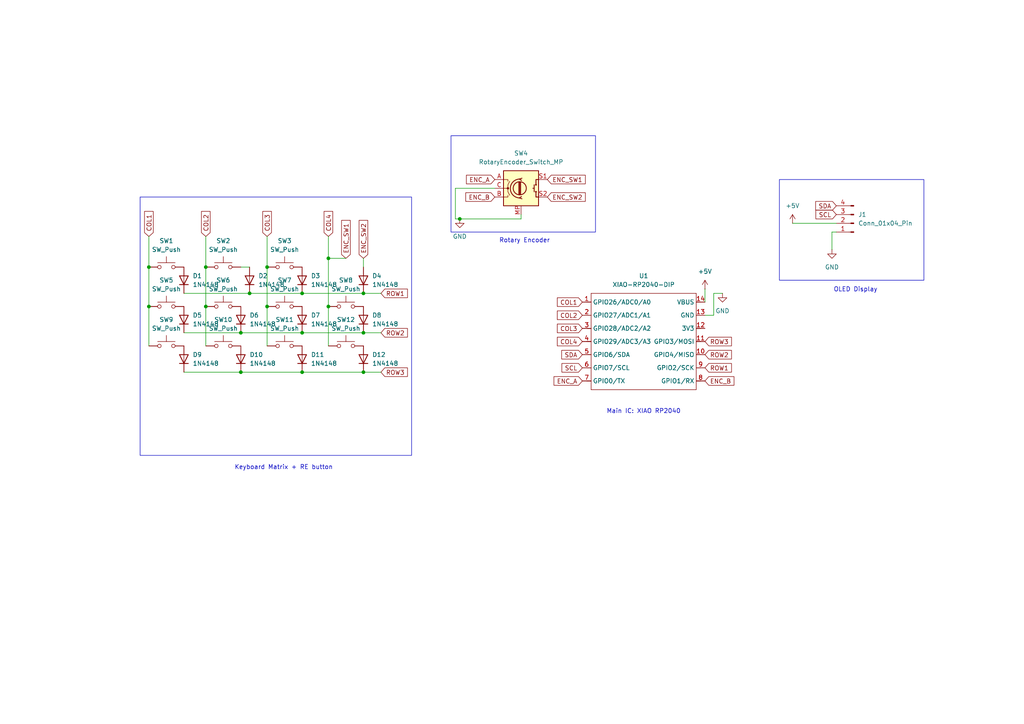
<source format=kicad_sch>
(kicad_sch
	(version 20250114)
	(generator "eeschema")
	(generator_version "9.0")
	(uuid "ed9b873b-803b-46d1-a9c4-bef75e3321ba")
	(paper "A4")
	(lib_symbols
		(symbol "Library:1N4148"
			(pin_numbers
				(hide yes)
			)
			(pin_names
				(hide yes)
			)
			(exclude_from_sim no)
			(in_bom yes)
			(on_board yes)
			(property "Reference" "D"
				(at 0 2.54 0)
				(effects
					(font
						(size 1.27 1.27)
					)
				)
			)
			(property "Value" "1N4148"
				(at 0 -2.54 0)
				(effects
					(font
						(size 1.27 1.27)
					)
				)
			)
			(property "Footprint" "Diode_THT:D_DO-35_SOD27_P7.62mm_Horizontal"
				(at 0 0 0)
				(effects
					(font
						(size 1.27 1.27)
					)
					(hide yes)
				)
			)
			(property "Datasheet" "https://assets.nexperia.com/documents/data-sheet/1N4148_1N4448.pdf"
				(at 0 0 0)
				(effects
					(font
						(size 1.27 1.27)
					)
					(hide yes)
				)
			)
			(property "Description" "100V 0.15A standard switching diode, DO-35"
				(at 0 0 0)
				(effects
					(font
						(size 1.27 1.27)
					)
					(hide yes)
				)
			)
			(property "Sim.Device" "D"
				(at 0 0 0)
				(effects
					(font
						(size 1.27 1.27)
					)
					(hide yes)
				)
			)
			(property "Sim.Pins" "1=K 2=A"
				(at 0 0 0)
				(effects
					(font
						(size 1.27 1.27)
					)
					(hide yes)
				)
			)
			(property "ki_keywords" "diode"
				(at 0 0 0)
				(effects
					(font
						(size 1.27 1.27)
					)
					(hide yes)
				)
			)
			(property "ki_fp_filters" "D*DO?35*"
				(at 0 0 0)
				(effects
					(font
						(size 1.27 1.27)
					)
					(hide yes)
				)
			)
			(symbol "1N4148_0_1"
				(polyline
					(pts
						(xy -1.27 1.27) (xy -1.27 -1.27)
					)
					(stroke
						(width 0.254)
						(type default)
					)
					(fill
						(type none)
					)
				)
				(polyline
					(pts
						(xy 1.27 1.27) (xy 1.27 -1.27) (xy -1.27 0) (xy 1.27 1.27)
					)
					(stroke
						(width 0.254)
						(type default)
					)
					(fill
						(type none)
					)
				)
				(polyline
					(pts
						(xy 1.27 0) (xy -1.27 0)
					)
					(stroke
						(width 0)
						(type default)
					)
					(fill
						(type none)
					)
				)
			)
			(symbol "1N4148_1_1"
				(pin passive line
					(at -3.81 0 0)
					(length 2.54)
					(name "K"
						(effects
							(font
								(size 1.27 1.27)
							)
						)
					)
					(number "1"
						(effects
							(font
								(size 1.27 1.27)
							)
						)
					)
				)
				(pin passive line
					(at 3.81 0 180)
					(length 2.54)
					(name "A"
						(effects
							(font
								(size 1.27 1.27)
							)
						)
					)
					(number "2"
						(effects
							(font
								(size 1.27 1.27)
							)
						)
					)
				)
			)
			(embedded_fonts no)
		)
		(symbol "Library:Conn_01x04_Pin"
			(pin_names
				(offset 1.016)
				(hide yes)
			)
			(exclude_from_sim no)
			(in_bom yes)
			(on_board yes)
			(property "Reference" "J"
				(at 0 5.08 0)
				(effects
					(font
						(size 1.27 1.27)
					)
				)
			)
			(property "Value" "Conn_01x04_Pin"
				(at 0 -7.62 0)
				(effects
					(font
						(size 1.27 1.27)
					)
				)
			)
			(property "Footprint" ""
				(at 0 0 0)
				(effects
					(font
						(size 1.27 1.27)
					)
					(hide yes)
				)
			)
			(property "Datasheet" "~"
				(at 0 0 0)
				(effects
					(font
						(size 1.27 1.27)
					)
					(hide yes)
				)
			)
			(property "Description" "Generic connector, single row, 01x04, script generated"
				(at 0 0 0)
				(effects
					(font
						(size 1.27 1.27)
					)
					(hide yes)
				)
			)
			(property "ki_locked" ""
				(at 0 0 0)
				(effects
					(font
						(size 1.27 1.27)
					)
				)
			)
			(property "ki_keywords" "connector"
				(at 0 0 0)
				(effects
					(font
						(size 1.27 1.27)
					)
					(hide yes)
				)
			)
			(property "ki_fp_filters" "Connector*:*_1x??_*"
				(at 0 0 0)
				(effects
					(font
						(size 1.27 1.27)
					)
					(hide yes)
				)
			)
			(symbol "Conn_01x04_Pin_1_1"
				(rectangle
					(start 0.8636 2.667)
					(end 0 2.413)
					(stroke
						(width 0.1524)
						(type default)
					)
					(fill
						(type outline)
					)
				)
				(rectangle
					(start 0.8636 0.127)
					(end 0 -0.127)
					(stroke
						(width 0.1524)
						(type default)
					)
					(fill
						(type outline)
					)
				)
				(rectangle
					(start 0.8636 -2.413)
					(end 0 -2.667)
					(stroke
						(width 0.1524)
						(type default)
					)
					(fill
						(type outline)
					)
				)
				(rectangle
					(start 0.8636 -4.953)
					(end 0 -5.207)
					(stroke
						(width 0.1524)
						(type default)
					)
					(fill
						(type outline)
					)
				)
				(polyline
					(pts
						(xy 1.27 2.54) (xy 0.8636 2.54)
					)
					(stroke
						(width 0.1524)
						(type default)
					)
					(fill
						(type none)
					)
				)
				(polyline
					(pts
						(xy 1.27 0) (xy 0.8636 0)
					)
					(stroke
						(width 0.1524)
						(type default)
					)
					(fill
						(type none)
					)
				)
				(polyline
					(pts
						(xy 1.27 -2.54) (xy 0.8636 -2.54)
					)
					(stroke
						(width 0.1524)
						(type default)
					)
					(fill
						(type none)
					)
				)
				(polyline
					(pts
						(xy 1.27 -5.08) (xy 0.8636 -5.08)
					)
					(stroke
						(width 0.1524)
						(type default)
					)
					(fill
						(type none)
					)
				)
				(pin passive line
					(at 5.08 2.54 180)
					(length 3.81)
					(name "Pin_1"
						(effects
							(font
								(size 1.27 1.27)
							)
						)
					)
					(number "1"
						(effects
							(font
								(size 1.27 1.27)
							)
						)
					)
				)
				(pin passive line
					(at 5.08 0 180)
					(length 3.81)
					(name "Pin_2"
						(effects
							(font
								(size 1.27 1.27)
							)
						)
					)
					(number "2"
						(effects
							(font
								(size 1.27 1.27)
							)
						)
					)
				)
				(pin passive line
					(at 5.08 -2.54 180)
					(length 3.81)
					(name "Pin_3"
						(effects
							(font
								(size 1.27 1.27)
							)
						)
					)
					(number "3"
						(effects
							(font
								(size 1.27 1.27)
							)
						)
					)
				)
				(pin passive line
					(at 5.08 -5.08 180)
					(length 3.81)
					(name "Pin_4"
						(effects
							(font
								(size 1.27 1.27)
							)
						)
					)
					(number "4"
						(effects
							(font
								(size 1.27 1.27)
							)
						)
					)
				)
			)
			(embedded_fonts no)
		)
		(symbol "Library:RotaryEncoder_Switch_MP"
			(pin_names
				(offset 0.254)
				(hide yes)
			)
			(exclude_from_sim no)
			(in_bom yes)
			(on_board yes)
			(property "Reference" "SW"
				(at 0 8.89 0)
				(effects
					(font
						(size 1.27 1.27)
					)
				)
			)
			(property "Value" "RotaryEncoder_Switch_MP"
				(at 0 6.35 0)
				(effects
					(font
						(size 1.27 1.27)
					)
				)
			)
			(property "Footprint" ""
				(at -3.81 4.064 0)
				(effects
					(font
						(size 1.27 1.27)
					)
					(hide yes)
				)
			)
			(property "Datasheet" "~"
				(at 0 -12.7 0)
				(effects
					(font
						(size 1.27 1.27)
					)
					(hide yes)
				)
			)
			(property "Description" "Rotary encoder, dual channel, incremental quadrate outputs, with switch and MP Pin"
				(at 0 -15.24 0)
				(effects
					(font
						(size 1.27 1.27)
					)
					(hide yes)
				)
			)
			(property "ki_keywords" "rotary switch encoder switch push button"
				(at 0 0 0)
				(effects
					(font
						(size 1.27 1.27)
					)
					(hide yes)
				)
			)
			(property "ki_fp_filters" "RotaryEncoder*Switch*"
				(at 0 0 0)
				(effects
					(font
						(size 1.27 1.27)
					)
					(hide yes)
				)
			)
			(symbol "RotaryEncoder_Switch_MP_0_1"
				(rectangle
					(start -5.08 5.08)
					(end 5.08 -5.08)
					(stroke
						(width 0.254)
						(type default)
					)
					(fill
						(type background)
					)
				)
				(polyline
					(pts
						(xy -5.08 2.54) (xy -3.81 2.54) (xy -3.81 2.032)
					)
					(stroke
						(width 0)
						(type default)
					)
					(fill
						(type none)
					)
				)
				(polyline
					(pts
						(xy -5.08 0) (xy -3.81 0) (xy -3.81 -1.016) (xy -3.302 -2.032)
					)
					(stroke
						(width 0)
						(type default)
					)
					(fill
						(type none)
					)
				)
				(polyline
					(pts
						(xy -5.08 -2.54) (xy -3.81 -2.54) (xy -3.81 -2.032)
					)
					(stroke
						(width 0)
						(type default)
					)
					(fill
						(type none)
					)
				)
				(polyline
					(pts
						(xy -4.318 0) (xy -3.81 0) (xy -3.81 1.016) (xy -3.302 2.032)
					)
					(stroke
						(width 0)
						(type default)
					)
					(fill
						(type none)
					)
				)
				(circle
					(center -3.81 0)
					(radius 0.254)
					(stroke
						(width 0)
						(type default)
					)
					(fill
						(type outline)
					)
				)
				(polyline
					(pts
						(xy -0.635 -1.778) (xy -0.635 1.778)
					)
					(stroke
						(width 0.254)
						(type default)
					)
					(fill
						(type none)
					)
				)
				(circle
					(center -0.381 0)
					(radius 1.905)
					(stroke
						(width 0.254)
						(type default)
					)
					(fill
						(type none)
					)
				)
				(polyline
					(pts
						(xy -0.381 -1.778) (xy -0.381 1.778)
					)
					(stroke
						(width 0.254)
						(type default)
					)
					(fill
						(type none)
					)
				)
				(arc
					(start -0.381 -2.794)
					(mid -3.0988 -0.0635)
					(end -0.381 2.667)
					(stroke
						(width 0.254)
						(type default)
					)
					(fill
						(type none)
					)
				)
				(polyline
					(pts
						(xy -0.127 1.778) (xy -0.127 -1.778)
					)
					(stroke
						(width 0.254)
						(type default)
					)
					(fill
						(type none)
					)
				)
				(polyline
					(pts
						(xy 0.254 2.921) (xy -0.508 2.667) (xy 0.127 2.286)
					)
					(stroke
						(width 0.254)
						(type default)
					)
					(fill
						(type none)
					)
				)
				(polyline
					(pts
						(xy 0.254 -3.048) (xy -0.508 -2.794) (xy 0.127 -2.413)
					)
					(stroke
						(width 0.254)
						(type default)
					)
					(fill
						(type none)
					)
				)
				(polyline
					(pts
						(xy 3.81 1.016) (xy 3.81 -1.016)
					)
					(stroke
						(width 0.254)
						(type default)
					)
					(fill
						(type none)
					)
				)
				(polyline
					(pts
						(xy 3.81 0) (xy 3.429 0)
					)
					(stroke
						(width 0.254)
						(type default)
					)
					(fill
						(type none)
					)
				)
				(circle
					(center 4.318 1.016)
					(radius 0.127)
					(stroke
						(width 0.254)
						(type default)
					)
					(fill
						(type none)
					)
				)
				(circle
					(center 4.318 -1.016)
					(radius 0.127)
					(stroke
						(width 0.254)
						(type default)
					)
					(fill
						(type none)
					)
				)
				(polyline
					(pts
						(xy 5.08 2.54) (xy 4.318 2.54) (xy 4.318 1.016)
					)
					(stroke
						(width 0.254)
						(type default)
					)
					(fill
						(type none)
					)
				)
				(polyline
					(pts
						(xy 5.08 -2.54) (xy 4.318 -2.54) (xy 4.318 -1.016)
					)
					(stroke
						(width 0.254)
						(type default)
					)
					(fill
						(type none)
					)
				)
			)
			(symbol "RotaryEncoder_Switch_MP_1_1"
				(pin passive line
					(at -7.62 2.54 0)
					(length 2.54)
					(name "A"
						(effects
							(font
								(size 1.27 1.27)
							)
						)
					)
					(number "A"
						(effects
							(font
								(size 1.27 1.27)
							)
						)
					)
				)
				(pin passive line
					(at -7.62 0 0)
					(length 2.54)
					(name "C"
						(effects
							(font
								(size 1.27 1.27)
							)
						)
					)
					(number "C"
						(effects
							(font
								(size 1.27 1.27)
							)
						)
					)
				)
				(pin passive line
					(at -7.62 -2.54 0)
					(length 2.54)
					(name "B"
						(effects
							(font
								(size 1.27 1.27)
							)
						)
					)
					(number "B"
						(effects
							(font
								(size 1.27 1.27)
							)
						)
					)
				)
				(pin passive line
					(at 0 -7.62 90)
					(length 2.54)
					(name "MP"
						(effects
							(font
								(size 1.27 1.27)
							)
						)
					)
					(number "MP"
						(effects
							(font
								(size 1.27 1.27)
							)
						)
					)
				)
				(pin passive line
					(at 7.62 2.54 180)
					(length 2.54)
					(name "S1"
						(effects
							(font
								(size 1.27 1.27)
							)
						)
					)
					(number "S1"
						(effects
							(font
								(size 1.27 1.27)
							)
						)
					)
				)
				(pin passive line
					(at 7.62 -2.54 180)
					(length 2.54)
					(name "S2"
						(effects
							(font
								(size 1.27 1.27)
							)
						)
					)
					(number "S2"
						(effects
							(font
								(size 1.27 1.27)
							)
						)
					)
				)
			)
			(embedded_fonts no)
		)
		(symbol "Library:SW_Push"
			(pin_numbers
				(hide yes)
			)
			(pin_names
				(offset 1.016)
				(hide yes)
			)
			(exclude_from_sim no)
			(in_bom yes)
			(on_board yes)
			(property "Reference" "SW"
				(at 1.27 2.54 0)
				(effects
					(font
						(size 1.27 1.27)
					)
					(justify left)
				)
			)
			(property "Value" "SW_Push"
				(at 0 -1.524 0)
				(effects
					(font
						(size 1.27 1.27)
					)
				)
			)
			(property "Footprint" ""
				(at 0 5.08 0)
				(effects
					(font
						(size 1.27 1.27)
					)
					(hide yes)
				)
			)
			(property "Datasheet" "~"
				(at 0 5.08 0)
				(effects
					(font
						(size 1.27 1.27)
					)
					(hide yes)
				)
			)
			(property "Description" "Push button switch, generic, two pins"
				(at 0 0 0)
				(effects
					(font
						(size 1.27 1.27)
					)
					(hide yes)
				)
			)
			(property "ki_keywords" "switch normally-open pushbutton push-button"
				(at 0 0 0)
				(effects
					(font
						(size 1.27 1.27)
					)
					(hide yes)
				)
			)
			(symbol "SW_Push_0_1"
				(circle
					(center -2.032 0)
					(radius 0.508)
					(stroke
						(width 0)
						(type default)
					)
					(fill
						(type none)
					)
				)
				(polyline
					(pts
						(xy 0 1.27) (xy 0 3.048)
					)
					(stroke
						(width 0)
						(type default)
					)
					(fill
						(type none)
					)
				)
				(circle
					(center 2.032 0)
					(radius 0.508)
					(stroke
						(width 0)
						(type default)
					)
					(fill
						(type none)
					)
				)
				(polyline
					(pts
						(xy 2.54 1.27) (xy -2.54 1.27)
					)
					(stroke
						(width 0)
						(type default)
					)
					(fill
						(type none)
					)
				)
				(pin passive line
					(at -5.08 0 0)
					(length 2.54)
					(name "1"
						(effects
							(font
								(size 1.27 1.27)
							)
						)
					)
					(number "1"
						(effects
							(font
								(size 1.27 1.27)
							)
						)
					)
				)
				(pin passive line
					(at 5.08 0 180)
					(length 2.54)
					(name "2"
						(effects
							(font
								(size 1.27 1.27)
							)
						)
					)
					(number "2"
						(effects
							(font
								(size 1.27 1.27)
							)
						)
					)
				)
			)
			(embedded_fonts no)
		)
		(symbol "Library:XIAO-RP2040-DIP"
			(exclude_from_sim no)
			(in_bom yes)
			(on_board yes)
			(property "Reference" "U"
				(at 0 0 0)
				(effects
					(font
						(size 1.27 1.27)
					)
				)
			)
			(property "Value" "XIAO-RP2040-DIP"
				(at 5.334 -1.778 0)
				(effects
					(font
						(size 1.27 1.27)
					)
				)
			)
			(property "Footprint" "Module:MOUDLE14P-XIAO-DIP-SMD"
				(at 14.478 -32.258 0)
				(effects
					(font
						(size 1.27 1.27)
					)
					(hide yes)
				)
			)
			(property "Datasheet" ""
				(at 0 0 0)
				(effects
					(font
						(size 1.27 1.27)
					)
					(hide yes)
				)
			)
			(property "Description" ""
				(at 0 0 0)
				(effects
					(font
						(size 1.27 1.27)
					)
					(hide yes)
				)
			)
			(symbol "XIAO-RP2040-DIP_1_0"
				(polyline
					(pts
						(xy -1.27 -2.54) (xy 29.21 -2.54)
					)
					(stroke
						(width 0.1524)
						(type solid)
					)
					(fill
						(type none)
					)
				)
				(polyline
					(pts
						(xy -1.27 -5.08) (xy -2.54 -5.08)
					)
					(stroke
						(width 0.1524)
						(type solid)
					)
					(fill
						(type none)
					)
				)
				(polyline
					(pts
						(xy -1.27 -5.08) (xy -1.27 -2.54)
					)
					(stroke
						(width 0.1524)
						(type solid)
					)
					(fill
						(type none)
					)
				)
				(polyline
					(pts
						(xy -1.27 -8.89) (xy -2.54 -8.89)
					)
					(stroke
						(width 0.1524)
						(type solid)
					)
					(fill
						(type none)
					)
				)
				(polyline
					(pts
						(xy -1.27 -8.89) (xy -1.27 -5.08)
					)
					(stroke
						(width 0.1524)
						(type solid)
					)
					(fill
						(type none)
					)
				)
				(polyline
					(pts
						(xy -1.27 -12.7) (xy -2.54 -12.7)
					)
					(stroke
						(width 0.1524)
						(type solid)
					)
					(fill
						(type none)
					)
				)
				(polyline
					(pts
						(xy -1.27 -12.7) (xy -1.27 -8.89)
					)
					(stroke
						(width 0.1524)
						(type solid)
					)
					(fill
						(type none)
					)
				)
				(polyline
					(pts
						(xy -1.27 -16.51) (xy -2.54 -16.51)
					)
					(stroke
						(width 0.1524)
						(type solid)
					)
					(fill
						(type none)
					)
				)
				(polyline
					(pts
						(xy -1.27 -16.51) (xy -1.27 -12.7)
					)
					(stroke
						(width 0.1524)
						(type solid)
					)
					(fill
						(type none)
					)
				)
				(polyline
					(pts
						(xy -1.27 -20.32) (xy -2.54 -20.32)
					)
					(stroke
						(width 0.1524)
						(type solid)
					)
					(fill
						(type none)
					)
				)
				(polyline
					(pts
						(xy -1.27 -24.13) (xy -2.54 -24.13)
					)
					(stroke
						(width 0.1524)
						(type solid)
					)
					(fill
						(type none)
					)
				)
				(polyline
					(pts
						(xy -1.27 -27.94) (xy -2.54 -27.94)
					)
					(stroke
						(width 0.1524)
						(type solid)
					)
					(fill
						(type none)
					)
				)
				(polyline
					(pts
						(xy -1.27 -30.48) (xy -1.27 -16.51)
					)
					(stroke
						(width 0.1524)
						(type solid)
					)
					(fill
						(type none)
					)
				)
				(polyline
					(pts
						(xy 29.21 -2.54) (xy 29.21 -5.08)
					)
					(stroke
						(width 0.1524)
						(type solid)
					)
					(fill
						(type none)
					)
				)
				(polyline
					(pts
						(xy 29.21 -5.08) (xy 29.21 -8.89)
					)
					(stroke
						(width 0.1524)
						(type solid)
					)
					(fill
						(type none)
					)
				)
				(polyline
					(pts
						(xy 29.21 -8.89) (xy 29.21 -12.7)
					)
					(stroke
						(width 0.1524)
						(type solid)
					)
					(fill
						(type none)
					)
				)
				(polyline
					(pts
						(xy 29.21 -12.7) (xy 29.21 -30.48)
					)
					(stroke
						(width 0.1524)
						(type solid)
					)
					(fill
						(type none)
					)
				)
				(polyline
					(pts
						(xy 29.21 -30.48) (xy -1.27 -30.48)
					)
					(stroke
						(width 0.1524)
						(type solid)
					)
					(fill
						(type none)
					)
				)
				(polyline
					(pts
						(xy 30.48 -5.08) (xy 29.21 -5.08)
					)
					(stroke
						(width 0.1524)
						(type solid)
					)
					(fill
						(type none)
					)
				)
				(polyline
					(pts
						(xy 30.48 -8.89) (xy 29.21 -8.89)
					)
					(stroke
						(width 0.1524)
						(type solid)
					)
					(fill
						(type none)
					)
				)
				(polyline
					(pts
						(xy 30.48 -12.7) (xy 29.21 -12.7)
					)
					(stroke
						(width 0.1524)
						(type solid)
					)
					(fill
						(type none)
					)
				)
				(polyline
					(pts
						(xy 30.48 -16.51) (xy 29.21 -16.51)
					)
					(stroke
						(width 0.1524)
						(type solid)
					)
					(fill
						(type none)
					)
				)
				(polyline
					(pts
						(xy 30.48 -20.32) (xy 29.21 -20.32)
					)
					(stroke
						(width 0.1524)
						(type solid)
					)
					(fill
						(type none)
					)
				)
				(polyline
					(pts
						(xy 30.48 -24.13) (xy 29.21 -24.13)
					)
					(stroke
						(width 0.1524)
						(type solid)
					)
					(fill
						(type none)
					)
				)
				(polyline
					(pts
						(xy 30.48 -27.94) (xy 29.21 -27.94)
					)
					(stroke
						(width 0.1524)
						(type solid)
					)
					(fill
						(type none)
					)
				)
				(pin passive line
					(at -3.81 -5.08 0)
					(length 2.54)
					(name "GPIO26/ADC0/A0"
						(effects
							(font
								(size 1.27 1.27)
							)
						)
					)
					(number "1"
						(effects
							(font
								(size 1.27 1.27)
							)
						)
					)
				)
				(pin passive line
					(at -3.81 -8.89 0)
					(length 2.54)
					(name "GPIO27/ADC1/A1"
						(effects
							(font
								(size 1.27 1.27)
							)
						)
					)
					(number "2"
						(effects
							(font
								(size 1.27 1.27)
							)
						)
					)
				)
				(pin passive line
					(at -3.81 -12.7 0)
					(length 2.54)
					(name "GPIO28/ADC2/A2"
						(effects
							(font
								(size 1.27 1.27)
							)
						)
					)
					(number "3"
						(effects
							(font
								(size 1.27 1.27)
							)
						)
					)
				)
				(pin passive line
					(at -3.81 -16.51 0)
					(length 2.54)
					(name "GPIO29/ADC3/A3"
						(effects
							(font
								(size 1.27 1.27)
							)
						)
					)
					(number "4"
						(effects
							(font
								(size 1.27 1.27)
							)
						)
					)
				)
				(pin passive line
					(at -3.81 -20.32 0)
					(length 2.54)
					(name "GPIO6/SDA"
						(effects
							(font
								(size 1.27 1.27)
							)
						)
					)
					(number "5"
						(effects
							(font
								(size 1.27 1.27)
							)
						)
					)
				)
				(pin passive line
					(at -3.81 -24.13 0)
					(length 2.54)
					(name "GPIO7/SCL"
						(effects
							(font
								(size 1.27 1.27)
							)
						)
					)
					(number "6"
						(effects
							(font
								(size 1.27 1.27)
							)
						)
					)
				)
				(pin passive line
					(at -3.81 -27.94 0)
					(length 2.54)
					(name "GPIO0/TX"
						(effects
							(font
								(size 1.27 1.27)
							)
						)
					)
					(number "7"
						(effects
							(font
								(size 1.27 1.27)
							)
						)
					)
				)
				(pin passive line
					(at 31.75 -5.08 180)
					(length 2.54)
					(name "VBUS"
						(effects
							(font
								(size 1.27 1.27)
							)
						)
					)
					(number "14"
						(effects
							(font
								(size 1.27 1.27)
							)
						)
					)
				)
				(pin passive line
					(at 31.75 -8.89 180)
					(length 2.54)
					(name "GND"
						(effects
							(font
								(size 1.27 1.27)
							)
						)
					)
					(number "13"
						(effects
							(font
								(size 1.27 1.27)
							)
						)
					)
				)
				(pin passive line
					(at 31.75 -12.7 180)
					(length 2.54)
					(name "3V3"
						(effects
							(font
								(size 1.27 1.27)
							)
						)
					)
					(number "12"
						(effects
							(font
								(size 1.27 1.27)
							)
						)
					)
				)
				(pin passive line
					(at 31.75 -16.51 180)
					(length 2.54)
					(name "GPIO3/MOSI"
						(effects
							(font
								(size 1.27 1.27)
							)
						)
					)
					(number "11"
						(effects
							(font
								(size 1.27 1.27)
							)
						)
					)
				)
				(pin passive line
					(at 31.75 -20.32 180)
					(length 2.54)
					(name "GPIO4/MISO"
						(effects
							(font
								(size 1.27 1.27)
							)
						)
					)
					(number "10"
						(effects
							(font
								(size 1.27 1.27)
							)
						)
					)
				)
				(pin passive line
					(at 31.75 -24.13 180)
					(length 2.54)
					(name "GPIO2/SCK"
						(effects
							(font
								(size 1.27 1.27)
							)
						)
					)
					(number "9"
						(effects
							(font
								(size 1.27 1.27)
							)
						)
					)
				)
				(pin passive line
					(at 31.75 -27.94 180)
					(length 2.54)
					(name "GPIO1/RX"
						(effects
							(font
								(size 1.27 1.27)
							)
						)
					)
					(number "8"
						(effects
							(font
								(size 1.27 1.27)
							)
						)
					)
				)
			)
			(embedded_fonts no)
		)
		(symbol "power:+5V"
			(power)
			(pin_numbers
				(hide yes)
			)
			(pin_names
				(offset 0)
				(hide yes)
			)
			(exclude_from_sim no)
			(in_bom yes)
			(on_board yes)
			(property "Reference" "#PWR"
				(at 0 -3.81 0)
				(effects
					(font
						(size 1.27 1.27)
					)
					(hide yes)
				)
			)
			(property "Value" "+5V"
				(at 0 3.556 0)
				(effects
					(font
						(size 1.27 1.27)
					)
				)
			)
			(property "Footprint" ""
				(at 0 0 0)
				(effects
					(font
						(size 1.27 1.27)
					)
					(hide yes)
				)
			)
			(property "Datasheet" ""
				(at 0 0 0)
				(effects
					(font
						(size 1.27 1.27)
					)
					(hide yes)
				)
			)
			(property "Description" "Power symbol creates a global label with name \"+5V\""
				(at 0 0 0)
				(effects
					(font
						(size 1.27 1.27)
					)
					(hide yes)
				)
			)
			(property "ki_keywords" "global power"
				(at 0 0 0)
				(effects
					(font
						(size 1.27 1.27)
					)
					(hide yes)
				)
			)
			(symbol "+5V_0_1"
				(polyline
					(pts
						(xy -0.762 1.27) (xy 0 2.54)
					)
					(stroke
						(width 0)
						(type default)
					)
					(fill
						(type none)
					)
				)
				(polyline
					(pts
						(xy 0 2.54) (xy 0.762 1.27)
					)
					(stroke
						(width 0)
						(type default)
					)
					(fill
						(type none)
					)
				)
				(polyline
					(pts
						(xy 0 0) (xy 0 2.54)
					)
					(stroke
						(width 0)
						(type default)
					)
					(fill
						(type none)
					)
				)
			)
			(symbol "+5V_1_1"
				(pin power_in line
					(at 0 0 90)
					(length 0)
					(name "~"
						(effects
							(font
								(size 1.27 1.27)
							)
						)
					)
					(number "1"
						(effects
							(font
								(size 1.27 1.27)
							)
						)
					)
				)
			)
			(embedded_fonts no)
		)
		(symbol "power:GND"
			(power)
			(pin_numbers
				(hide yes)
			)
			(pin_names
				(offset 0)
				(hide yes)
			)
			(exclude_from_sim no)
			(in_bom yes)
			(on_board yes)
			(property "Reference" "#PWR"
				(at 0 -6.35 0)
				(effects
					(font
						(size 1.27 1.27)
					)
					(hide yes)
				)
			)
			(property "Value" "GND"
				(at 0 -3.81 0)
				(effects
					(font
						(size 1.27 1.27)
					)
				)
			)
			(property "Footprint" ""
				(at 0 0 0)
				(effects
					(font
						(size 1.27 1.27)
					)
					(hide yes)
				)
			)
			(property "Datasheet" ""
				(at 0 0 0)
				(effects
					(font
						(size 1.27 1.27)
					)
					(hide yes)
				)
			)
			(property "Description" "Power symbol creates a global label with name \"GND\" , ground"
				(at 0 0 0)
				(effects
					(font
						(size 1.27 1.27)
					)
					(hide yes)
				)
			)
			(property "ki_keywords" "global power"
				(at 0 0 0)
				(effects
					(font
						(size 1.27 1.27)
					)
					(hide yes)
				)
			)
			(symbol "GND_0_1"
				(polyline
					(pts
						(xy 0 0) (xy 0 -1.27) (xy 1.27 -1.27) (xy 0 -2.54) (xy -1.27 -1.27) (xy 0 -1.27)
					)
					(stroke
						(width 0)
						(type default)
					)
					(fill
						(type none)
					)
				)
			)
			(symbol "GND_1_1"
				(pin power_in line
					(at 0 0 270)
					(length 0)
					(name "~"
						(effects
							(font
								(size 1.27 1.27)
							)
						)
					)
					(number "1"
						(effects
							(font
								(size 1.27 1.27)
							)
						)
					)
				)
			)
			(embedded_fonts no)
		)
	)
	(rectangle
		(start 40.64 57.15)
		(end 119.38 132.08)
		(stroke
			(width 0)
			(type default)
		)
		(fill
			(type none)
		)
		(uuid 51fc0fca-6599-4619-b48e-6a2496868536)
	)
	(rectangle
		(start 130.81 39.37)
		(end 172.72 67.31)
		(stroke
			(width 0)
			(type default)
		)
		(fill
			(type none)
		)
		(uuid 7b07b179-f251-4272-9547-b5ab37d3e43e)
	)
	(rectangle
		(start 226.06 52.07)
		(end 267.97 81.28)
		(stroke
			(width 0)
			(type default)
		)
		(fill
			(type none)
		)
		(uuid 7d338cdc-fcba-4474-b5ef-395b6edb11ed)
	)
	(text "Keyboard Matrix + RE button"
		(exclude_from_sim no)
		(at 82.296 135.636 0)
		(effects
			(font
				(size 1.27 1.27)
			)
		)
		(uuid "01ad4a16-243a-472b-b7ba-8f4a381aa845")
	)
	(text "Rotary Encoder"
		(exclude_from_sim no)
		(at 152.146 69.85 0)
		(effects
			(font
				(size 1.27 1.27)
			)
		)
		(uuid "792163c2-9ed4-4abd-bd2d-0b31dc784d50")
	)
	(text "OLED Display"
		(exclude_from_sim no)
		(at 248.158 84.074 0)
		(effects
			(font
				(size 1.27 1.27)
			)
		)
		(uuid "a3520978-cb24-4386-ab45-2e41ceacd631")
	)
	(text "Main IC: XIAO RP2040\n"
		(exclude_from_sim no)
		(at 186.69 119.38 0)
		(effects
			(font
				(size 1.27 1.27)
			)
		)
		(uuid "ef207c5f-cccc-4da0-8503-36980305faab")
	)
	(junction
		(at 43.18 77.47)
		(diameter 0)
		(color 0 0 0 0)
		(uuid "04703256-8de4-47f8-b611-2dbe00ee807b")
	)
	(junction
		(at 87.63 85.09)
		(diameter 0)
		(color 0 0 0 0)
		(uuid "12abadd8-d609-4206-8f9d-77bf690e2f98")
	)
	(junction
		(at 59.69 77.47)
		(diameter 0)
		(color 0 0 0 0)
		(uuid "1b083fb2-7360-4d15-8b1a-19722eaa93ab")
	)
	(junction
		(at 72.39 85.09)
		(diameter 0)
		(color 0 0 0 0)
		(uuid "1f9c2151-3d8c-4d1d-9fac-cf5a954f62c2")
	)
	(junction
		(at 105.41 107.95)
		(diameter 0)
		(color 0 0 0 0)
		(uuid "38b609ce-f0c6-417c-8bcd-847919d33556")
	)
	(junction
		(at 69.85 107.95)
		(diameter 0)
		(color 0 0 0 0)
		(uuid "38da57f1-2208-4e4b-9663-ccb617c06e66")
	)
	(junction
		(at 95.25 88.9)
		(diameter 0)
		(color 0 0 0 0)
		(uuid "3a6d1762-2f37-4678-aa22-c10354218ef9")
	)
	(junction
		(at 133.35 63.5)
		(diameter 0)
		(color 0 0 0 0)
		(uuid "40f0a28c-0711-4417-9f96-ca7c4449a4ac")
	)
	(junction
		(at 59.69 88.9)
		(diameter 0)
		(color 0 0 0 0)
		(uuid "420b93f2-e7ce-4869-9a32-826515329ba8")
	)
	(junction
		(at 87.63 107.95)
		(diameter 0)
		(color 0 0 0 0)
		(uuid "471771c5-1ff2-4b31-a441-534b38f7f66f")
	)
	(junction
		(at 105.41 96.52)
		(diameter 0)
		(color 0 0 0 0)
		(uuid "4eea2b61-b9e0-4537-80bf-498b30a3f949")
	)
	(junction
		(at 69.85 96.52)
		(diameter 0)
		(color 0 0 0 0)
		(uuid "708e4e16-db67-4ac4-b452-c0ea7f84c7f6")
	)
	(junction
		(at 77.47 77.47)
		(diameter 0)
		(color 0 0 0 0)
		(uuid "84bf06aa-c9e3-41b3-adc2-69d958d82e0f")
	)
	(junction
		(at 87.63 96.52)
		(diameter 0)
		(color 0 0 0 0)
		(uuid "88864c0c-440b-42b6-b5cc-2be6f1a53a79")
	)
	(junction
		(at 43.18 88.9)
		(diameter 0)
		(color 0 0 0 0)
		(uuid "9588dc78-1386-4bac-8dcd-28854fdb9815")
	)
	(junction
		(at 95.25 74.93)
		(diameter 0)
		(color 0 0 0 0)
		(uuid "99f8588f-b967-45bc-8337-78746227048e")
	)
	(junction
		(at 105.41 85.09)
		(diameter 0)
		(color 0 0 0 0)
		(uuid "b4e49094-accc-4f1f-ab39-386ed0b83567")
	)
	(junction
		(at 77.47 88.9)
		(diameter 0)
		(color 0 0 0 0)
		(uuid "b97fd767-bfe1-42c6-a25d-dd86e896f262")
	)
	(wire
		(pts
			(xy 77.47 77.47) (xy 77.47 88.9)
		)
		(stroke
			(width 0)
			(type default)
		)
		(uuid "0744c154-7cd2-4f36-b054-7c18b91def2c")
	)
	(wire
		(pts
			(xy 95.25 88.9) (xy 95.25 100.33)
		)
		(stroke
			(width 0)
			(type default)
		)
		(uuid "095f1b01-29bd-4fa6-934a-c20f6c098133")
	)
	(wire
		(pts
			(xy 77.47 68.58) (xy 77.47 77.47)
		)
		(stroke
			(width 0)
			(type default)
		)
		(uuid "0fcabbb6-559c-46b1-8ef4-570625c1b6d9")
	)
	(wire
		(pts
			(xy 132.08 54.61) (xy 143.51 54.61)
		)
		(stroke
			(width 0)
			(type default)
		)
		(uuid "2a08f887-c6e9-4a92-9b5e-942b2336e962")
	)
	(wire
		(pts
			(xy 133.35 63.5) (xy 132.08 63.5)
		)
		(stroke
			(width 0)
			(type default)
		)
		(uuid "2fc9663d-2d5c-4a8b-a21d-d292e92e6cf9")
	)
	(wire
		(pts
			(xy 241.3 67.31) (xy 242.57 67.31)
		)
		(stroke
			(width 0)
			(type default)
		)
		(uuid "3061f032-fcc7-42bb-be5f-458b2e6c7ee2")
	)
	(wire
		(pts
			(xy 95.25 74.93) (xy 100.33 74.93)
		)
		(stroke
			(width 0)
			(type default)
		)
		(uuid "323dfd06-ccaf-4b69-aec6-b9a4e96df6bb")
	)
	(wire
		(pts
			(xy 43.18 68.58) (xy 43.18 77.47)
		)
		(stroke
			(width 0)
			(type default)
		)
		(uuid "388d7ca0-6ed5-4f5d-97e7-e8a8fcc5a42f")
	)
	(wire
		(pts
			(xy 95.25 74.93) (xy 95.25 88.9)
		)
		(stroke
			(width 0)
			(type default)
		)
		(uuid "400d13dd-902f-4dd7-909f-f91bcc81be96")
	)
	(wire
		(pts
			(xy 95.25 68.58) (xy 95.25 74.93)
		)
		(stroke
			(width 0)
			(type default)
		)
		(uuid "41914c87-a722-48a9-becd-b92c16fab5f8")
	)
	(wire
		(pts
			(xy 53.34 85.09) (xy 72.39 85.09)
		)
		(stroke
			(width 0)
			(type default)
		)
		(uuid "518b6620-0103-41f6-a17f-8df9a3b36fc3")
	)
	(wire
		(pts
			(xy 72.39 85.09) (xy 87.63 85.09)
		)
		(stroke
			(width 0)
			(type default)
		)
		(uuid "59ff66cd-a095-4d06-a9a5-a500e6046c58")
	)
	(wire
		(pts
			(xy 59.69 68.58) (xy 59.69 77.47)
		)
		(stroke
			(width 0)
			(type default)
		)
		(uuid "6bc73635-3e69-4506-854e-f3b03e5bdb91")
	)
	(wire
		(pts
			(xy 132.08 63.5) (xy 132.08 54.61)
		)
		(stroke
			(width 0)
			(type default)
		)
		(uuid "7de9b14d-e480-45ca-b678-50a09bd3b11f")
	)
	(wire
		(pts
			(xy 53.34 96.52) (xy 69.85 96.52)
		)
		(stroke
			(width 0)
			(type default)
		)
		(uuid "87bcb635-b73c-4ae4-bb4f-52a47c6c27a3")
	)
	(wire
		(pts
			(xy 59.69 77.47) (xy 59.69 88.9)
		)
		(stroke
			(width 0)
			(type default)
		)
		(uuid "93b5952e-6db0-4006-a94e-45a72cfaf8e4")
	)
	(wire
		(pts
			(xy 105.41 107.95) (xy 110.49 107.95)
		)
		(stroke
			(width 0)
			(type default)
		)
		(uuid "97b35e42-04e1-4593-85a3-fe4eb1a227e9")
	)
	(wire
		(pts
			(xy 229.87 64.77) (xy 242.57 64.77)
		)
		(stroke
			(width 0)
			(type default)
		)
		(uuid "9dd75604-06c4-49fc-88fd-21d5b9b5d213")
	)
	(wire
		(pts
			(xy 207.01 91.44) (xy 204.47 91.44)
		)
		(stroke
			(width 0)
			(type default)
		)
		(uuid "a62d99d3-a1b8-4d74-850c-bcbc84e1c2c8")
	)
	(wire
		(pts
			(xy 241.3 72.39) (xy 241.3 67.31)
		)
		(stroke
			(width 0)
			(type default)
		)
		(uuid "a6b4c411-a44d-4655-a3c8-c4f01d32ce4c")
	)
	(wire
		(pts
			(xy 69.85 107.95) (xy 87.63 107.95)
		)
		(stroke
			(width 0)
			(type default)
		)
		(uuid "a6e55e95-d9da-4b06-84fe-fcf2b9ae87b4")
	)
	(wire
		(pts
			(xy 87.63 85.09) (xy 105.41 85.09)
		)
		(stroke
			(width 0)
			(type default)
		)
		(uuid "ace847c4-2027-4227-a428-2ab0e5406037")
	)
	(wire
		(pts
			(xy 43.18 77.47) (xy 43.18 88.9)
		)
		(stroke
			(width 0)
			(type default)
		)
		(uuid "b1c5ca01-5dda-4f06-a056-863a8204d99e")
	)
	(wire
		(pts
			(xy 105.41 74.93) (xy 105.41 77.47)
		)
		(stroke
			(width 0)
			(type default)
		)
		(uuid "b7517acc-5bb7-49b8-8885-f95d057028d7")
	)
	(wire
		(pts
			(xy 87.63 107.95) (xy 105.41 107.95)
		)
		(stroke
			(width 0)
			(type default)
		)
		(uuid "bb12a0a9-cc56-421a-87b3-b808b2ed75fd")
	)
	(wire
		(pts
			(xy 105.41 85.09) (xy 110.49 85.09)
		)
		(stroke
			(width 0)
			(type default)
		)
		(uuid "be90dcc1-2c6f-48c9-9303-735a49b8ac2d")
	)
	(wire
		(pts
			(xy 105.41 96.52) (xy 110.49 96.52)
		)
		(stroke
			(width 0)
			(type default)
		)
		(uuid "c85c6c5f-18c6-4942-909f-7c9dd47fa6a7")
	)
	(wire
		(pts
			(xy 43.18 88.9) (xy 43.18 100.33)
		)
		(stroke
			(width 0)
			(type default)
		)
		(uuid "c8c81b47-3abf-4f32-ad86-cb2690d635a1")
	)
	(wire
		(pts
			(xy 69.85 96.52) (xy 87.63 96.52)
		)
		(stroke
			(width 0)
			(type default)
		)
		(uuid "ce137fff-2b23-44e0-a44d-23c4ad83e8e7")
	)
	(wire
		(pts
			(xy 69.85 77.47) (xy 72.39 77.47)
		)
		(stroke
			(width 0)
			(type default)
		)
		(uuid "ce77b51c-475f-4b73-8bf7-2cd6c95bf2f7")
	)
	(wire
		(pts
			(xy 77.47 88.9) (xy 77.47 100.33)
		)
		(stroke
			(width 0)
			(type default)
		)
		(uuid "d082c8a7-e876-4114-86cd-3f288dac82eb")
	)
	(wire
		(pts
			(xy 207.01 85.09) (xy 209.55 85.09)
		)
		(stroke
			(width 0)
			(type default)
		)
		(uuid "d75c0923-c319-4932-aa3a-40c7e09d605e")
	)
	(wire
		(pts
			(xy 59.69 88.9) (xy 59.69 100.33)
		)
		(stroke
			(width 0)
			(type default)
		)
		(uuid "e2d9984a-b90b-4450-8341-72a28e6c970a")
	)
	(wire
		(pts
			(xy 151.13 63.5) (xy 133.35 63.5)
		)
		(stroke
			(width 0)
			(type default)
		)
		(uuid "e4107810-4275-4f11-a5a6-c162e0413689")
	)
	(wire
		(pts
			(xy 204.47 83.82) (xy 204.47 87.63)
		)
		(stroke
			(width 0)
			(type default)
		)
		(uuid "ec19c94f-068b-4603-b8d5-e24a9a608fcb")
	)
	(wire
		(pts
			(xy 53.34 107.95) (xy 69.85 107.95)
		)
		(stroke
			(width 0)
			(type default)
		)
		(uuid "ed65db0e-ecfa-4349-a8de-39438bdca4ea")
	)
	(wire
		(pts
			(xy 151.13 62.23) (xy 151.13 63.5)
		)
		(stroke
			(width 0)
			(type default)
		)
		(uuid "eda9757f-9ae4-4805-ab8c-21f58d566ec8")
	)
	(wire
		(pts
			(xy 87.63 96.52) (xy 105.41 96.52)
		)
		(stroke
			(width 0)
			(type default)
		)
		(uuid "f7e052f4-2c40-4762-8b1e-22a7d8ce76fe")
	)
	(wire
		(pts
			(xy 207.01 85.09) (xy 207.01 91.44)
		)
		(stroke
			(width 0)
			(type default)
		)
		(uuid "ff4606d0-3fde-4811-b9f3-af6d342f9979")
	)
	(global_label "ROW1"
		(shape input)
		(at 204.47 106.68 0)
		(fields_autoplaced yes)
		(effects
			(font
				(size 1.27 1.27)
			)
			(justify left)
		)
		(uuid "16fc9b47-f3c5-424b-8105-6a9472446a7c")
		(property "Intersheetrefs" "${INTERSHEET_REFS}"
			(at 212.7166 106.68 0)
			(effects
				(font
					(size 1.27 1.27)
				)
				(justify left)
				(hide yes)
			)
		)
	)
	(global_label "ROW1"
		(shape input)
		(at 110.49 85.09 0)
		(fields_autoplaced yes)
		(effects
			(font
				(size 1.27 1.27)
			)
			(justify left)
		)
		(uuid "2397ceaf-2490-4166-9798-42a3abf9c230")
		(property "Intersheetrefs" "${INTERSHEET_REFS}"
			(at 118.7366 85.09 0)
			(effects
				(font
					(size 1.27 1.27)
				)
				(justify left)
				(hide yes)
			)
		)
	)
	(global_label "COL4"
		(shape input)
		(at 95.25 68.58 90)
		(fields_autoplaced yes)
		(effects
			(font
				(size 1.27 1.27)
			)
			(justify left)
		)
		(uuid "2a54aac5-a354-4d94-bee6-93c2b2895157")
		(property "Intersheetrefs" "${INTERSHEET_REFS}"
			(at 95.25 60.7567 90)
			(effects
				(font
					(size 1.27 1.27)
				)
				(justify left)
				(hide yes)
			)
		)
	)
	(global_label "COL1"
		(shape input)
		(at 43.18 68.58 90)
		(fields_autoplaced yes)
		(effects
			(font
				(size 1.27 1.27)
			)
			(justify left)
		)
		(uuid "3893294a-5633-4f2a-bd61-1f5001548990")
		(property "Intersheetrefs" "${INTERSHEET_REFS}"
			(at 43.18 60.7567 90)
			(effects
				(font
					(size 1.27 1.27)
				)
				(justify left)
				(hide yes)
			)
		)
	)
	(global_label "ROW2"
		(shape input)
		(at 204.47 102.87 0)
		(fields_autoplaced yes)
		(effects
			(font
				(size 1.27 1.27)
			)
			(justify left)
		)
		(uuid "49eec120-14ce-46d9-a096-aed8a5997a8e")
		(property "Intersheetrefs" "${INTERSHEET_REFS}"
			(at 212.7166 102.87 0)
			(effects
				(font
					(size 1.27 1.27)
				)
				(justify left)
				(hide yes)
			)
		)
	)
	(global_label "ENC_B"
		(shape input)
		(at 143.51 57.15 180)
		(fields_autoplaced yes)
		(effects
			(font
				(size 1.27 1.27)
			)
			(justify right)
		)
		(uuid "5804f03f-f4e2-4636-84d0-b41760724246")
		(property "Intersheetrefs" "${INTERSHEET_REFS}"
			(at 134.5377 57.15 0)
			(effects
				(font
					(size 1.27 1.27)
				)
				(justify right)
				(hide yes)
			)
		)
	)
	(global_label "COL3"
		(shape input)
		(at 77.47 68.58 90)
		(fields_autoplaced yes)
		(effects
			(font
				(size 1.27 1.27)
			)
			(justify left)
		)
		(uuid "5c4fe77a-4f66-4706-919f-45289753359b")
		(property "Intersheetrefs" "${INTERSHEET_REFS}"
			(at 77.47 60.7567 90)
			(effects
				(font
					(size 1.27 1.27)
				)
				(justify left)
				(hide yes)
			)
		)
	)
	(global_label "ENC_A"
		(shape input)
		(at 143.51 52.07 180)
		(fields_autoplaced yes)
		(effects
			(font
				(size 1.27 1.27)
			)
			(justify right)
		)
		(uuid "6ca8fb32-d778-4d54-b09c-f26a7fd43311")
		(property "Intersheetrefs" "${INTERSHEET_REFS}"
			(at 134.7191 52.07 0)
			(effects
				(font
					(size 1.27 1.27)
				)
				(justify right)
				(hide yes)
			)
		)
	)
	(global_label "ENC_B"
		(shape input)
		(at 204.47 110.49 0)
		(fields_autoplaced yes)
		(effects
			(font
				(size 1.27 1.27)
			)
			(justify left)
		)
		(uuid "6d8513ae-0818-4dc0-ad86-8df46969e969")
		(property "Intersheetrefs" "${INTERSHEET_REFS}"
			(at 213.4423 110.49 0)
			(effects
				(font
					(size 1.27 1.27)
				)
				(justify left)
				(hide yes)
			)
		)
	)
	(global_label "SDA"
		(shape input)
		(at 242.57 59.69 180)
		(fields_autoplaced yes)
		(effects
			(font
				(size 1.27 1.27)
			)
			(justify right)
		)
		(uuid "6e69ab95-105f-4f34-b77e-5f70826f41af")
		(property "Intersheetrefs" "${INTERSHEET_REFS}"
			(at 236.0167 59.69 0)
			(effects
				(font
					(size 1.27 1.27)
				)
				(justify right)
				(hide yes)
			)
		)
	)
	(global_label "ENC_SW2"
		(shape input)
		(at 105.41 74.93 90)
		(fields_autoplaced yes)
		(effects
			(font
				(size 1.27 1.27)
			)
			(justify left)
		)
		(uuid "83ecbe74-c485-469a-9db0-eeae748487f2")
		(property "Intersheetrefs" "${INTERSHEET_REFS}"
			(at 105.41 63.3573 90)
			(effects
				(font
					(size 1.27 1.27)
				)
				(justify left)
				(hide yes)
			)
		)
	)
	(global_label "ENC_SW1"
		(shape input)
		(at 158.75 52.07 0)
		(fields_autoplaced yes)
		(effects
			(font
				(size 1.27 1.27)
			)
			(justify left)
		)
		(uuid "8b6ae21a-fb86-4ee2-b63d-84063325ec67")
		(property "Intersheetrefs" "${INTERSHEET_REFS}"
			(at 170.3227 52.07 0)
			(effects
				(font
					(size 1.27 1.27)
				)
				(justify left)
				(hide yes)
			)
		)
	)
	(global_label "COL2"
		(shape input)
		(at 59.69 68.58 90)
		(fields_autoplaced yes)
		(effects
			(font
				(size 1.27 1.27)
			)
			(justify left)
		)
		(uuid "944a7034-416a-406f-9422-9ccf64744236")
		(property "Intersheetrefs" "${INTERSHEET_REFS}"
			(at 59.69 60.7567 90)
			(effects
				(font
					(size 1.27 1.27)
				)
				(justify left)
				(hide yes)
			)
		)
	)
	(global_label "ENC_SW1"
		(shape input)
		(at 100.33 74.93 90)
		(fields_autoplaced yes)
		(effects
			(font
				(size 1.27 1.27)
			)
			(justify left)
		)
		(uuid "9d01be87-b199-4e21-8d3a-d54e50d61fcb")
		(property "Intersheetrefs" "${INTERSHEET_REFS}"
			(at 100.33 63.3573 90)
			(effects
				(font
					(size 1.27 1.27)
				)
				(justify left)
				(hide yes)
			)
		)
	)
	(global_label "COL2"
		(shape input)
		(at 168.91 91.44 180)
		(fields_autoplaced yes)
		(effects
			(font
				(size 1.27 1.27)
			)
			(justify right)
		)
		(uuid "a8083075-6f11-4e76-bc60-54ae91e6c24c")
		(property "Intersheetrefs" "${INTERSHEET_REFS}"
			(at 161.0867 91.44 0)
			(effects
				(font
					(size 1.27 1.27)
				)
				(justify right)
				(hide yes)
			)
		)
	)
	(global_label "ROW2"
		(shape input)
		(at 110.49 96.52 0)
		(fields_autoplaced yes)
		(effects
			(font
				(size 1.27 1.27)
			)
			(justify left)
		)
		(uuid "b15021d4-5cdf-4ac6-b076-07f3f66e8dd2")
		(property "Intersheetrefs" "${INTERSHEET_REFS}"
			(at 118.7366 96.52 0)
			(effects
				(font
					(size 1.27 1.27)
				)
				(justify left)
				(hide yes)
			)
		)
	)
	(global_label "COL4"
		(shape input)
		(at 168.91 99.06 180)
		(fields_autoplaced yes)
		(effects
			(font
				(size 1.27 1.27)
			)
			(justify right)
		)
		(uuid "b5e2842e-a195-4af5-a450-be2c3054a169")
		(property "Intersheetrefs" "${INTERSHEET_REFS}"
			(at 161.0867 99.06 0)
			(effects
				(font
					(size 1.27 1.27)
				)
				(justify right)
				(hide yes)
			)
		)
	)
	(global_label "ENC_A"
		(shape input)
		(at 168.91 110.49 180)
		(fields_autoplaced yes)
		(effects
			(font
				(size 1.27 1.27)
			)
			(justify right)
		)
		(uuid "b84bef74-4206-4620-8c30-6983504b63ef")
		(property "Intersheetrefs" "${INTERSHEET_REFS}"
			(at 160.1191 110.49 0)
			(effects
				(font
					(size 1.27 1.27)
				)
				(justify right)
				(hide yes)
			)
		)
	)
	(global_label "COL3"
		(shape input)
		(at 168.91 95.25 180)
		(fields_autoplaced yes)
		(effects
			(font
				(size 1.27 1.27)
			)
			(justify right)
		)
		(uuid "d40742da-6a87-4cbf-b27c-ac9c8a87bf97")
		(property "Intersheetrefs" "${INTERSHEET_REFS}"
			(at 161.0867 95.25 0)
			(effects
				(font
					(size 1.27 1.27)
				)
				(justify right)
				(hide yes)
			)
		)
	)
	(global_label "COL1"
		(shape input)
		(at 168.91 87.63 180)
		(fields_autoplaced yes)
		(effects
			(font
				(size 1.27 1.27)
			)
			(justify right)
		)
		(uuid "d463db71-24c0-4c62-8281-4404a605aa4d")
		(property "Intersheetrefs" "${INTERSHEET_REFS}"
			(at 161.0867 87.63 0)
			(effects
				(font
					(size 1.27 1.27)
				)
				(justify right)
				(hide yes)
			)
		)
	)
	(global_label "SDA"
		(shape input)
		(at 168.91 102.87 180)
		(fields_autoplaced yes)
		(effects
			(font
				(size 1.27 1.27)
			)
			(justify right)
		)
		(uuid "e3cadd6b-91f3-44cc-8786-48d737449d9c")
		(property "Intersheetrefs" "${INTERSHEET_REFS}"
			(at 162.3567 102.87 0)
			(effects
				(font
					(size 1.27 1.27)
				)
				(justify right)
				(hide yes)
			)
		)
	)
	(global_label "ROW3"
		(shape input)
		(at 204.47 99.06 0)
		(fields_autoplaced yes)
		(effects
			(font
				(size 1.27 1.27)
			)
			(justify left)
		)
		(uuid "e9ef56bf-0923-40bc-a42d-ac0e40ccf584")
		(property "Intersheetrefs" "${INTERSHEET_REFS}"
			(at 212.7166 99.06 0)
			(effects
				(font
					(size 1.27 1.27)
				)
				(justify left)
				(hide yes)
			)
		)
	)
	(global_label "SCL"
		(shape input)
		(at 168.91 106.68 180)
		(fields_autoplaced yes)
		(effects
			(font
				(size 1.27 1.27)
			)
			(justify right)
		)
		(uuid "ea103831-1fa3-4877-80c2-8bc4ad96e35a")
		(property "Intersheetrefs" "${INTERSHEET_REFS}"
			(at 162.4172 106.68 0)
			(effects
				(font
					(size 1.27 1.27)
				)
				(justify right)
				(hide yes)
			)
		)
	)
	(global_label "ENC_SW2"
		(shape input)
		(at 158.75 57.15 0)
		(fields_autoplaced yes)
		(effects
			(font
				(size 1.27 1.27)
			)
			(justify left)
		)
		(uuid "ecb6ba9b-9fb9-40ac-9ac3-90c474bbb454")
		(property "Intersheetrefs" "${INTERSHEET_REFS}"
			(at 170.3227 57.15 0)
			(effects
				(font
					(size 1.27 1.27)
				)
				(justify left)
				(hide yes)
			)
		)
	)
	(global_label "ROW3"
		(shape input)
		(at 110.49 107.95 0)
		(fields_autoplaced yes)
		(effects
			(font
				(size 1.27 1.27)
			)
			(justify left)
		)
		(uuid "f91e1db0-de83-476b-9be8-b2bbdd557739")
		(property "Intersheetrefs" "${INTERSHEET_REFS}"
			(at 118.7366 107.95 0)
			(effects
				(font
					(size 1.27 1.27)
				)
				(justify left)
				(hide yes)
			)
		)
	)
	(global_label "SCL"
		(shape input)
		(at 242.57 62.23 180)
		(fields_autoplaced yes)
		(effects
			(font
				(size 1.27 1.27)
			)
			(justify right)
		)
		(uuid "fb7611fd-b10a-44bc-9082-8c3755039e0c")
		(property "Intersheetrefs" "${INTERSHEET_REFS}"
			(at 236.0772 62.23 0)
			(effects
				(font
					(size 1.27 1.27)
				)
				(justify right)
				(hide yes)
			)
		)
	)
	(symbol
		(lib_id "Library:1N4148")
		(at 87.63 104.14 90)
		(unit 1)
		(exclude_from_sim no)
		(in_bom yes)
		(on_board yes)
		(dnp no)
		(fields_autoplaced yes)
		(uuid "072063fd-5e31-4bd7-a247-949fda6aa7e8")
		(property "Reference" "D11"
			(at 90.17 102.8699 90)
			(effects
				(font
					(size 1.27 1.27)
				)
				(justify right)
			)
		)
		(property "Value" "1N4148"
			(at 90.17 105.4099 90)
			(effects
				(font
					(size 1.27 1.27)
				)
				(justify right)
			)
		)
		(property "Footprint" "Diode_THT:D_DO-35_SOD27_P7.62mm_Horizontal"
			(at 87.63 104.14 0)
			(effects
				(font
					(size 1.27 1.27)
				)
				(hide yes)
			)
		)
		(property "Datasheet" "https://assets.nexperia.com/documents/data-sheet/1N4148_1N4448.pdf"
			(at 87.63 104.14 0)
			(effects
				(font
					(size 1.27 1.27)
				)
				(hide yes)
			)
		)
		(property "Description" "100V 0.15A standard switching diode, DO-35"
			(at 87.63 104.14 0)
			(effects
				(font
					(size 1.27 1.27)
				)
				(hide yes)
			)
		)
		(property "Sim.Device" "D"
			(at 87.63 104.14 0)
			(effects
				(font
					(size 1.27 1.27)
				)
				(hide yes)
			)
		)
		(property "Sim.Pins" "1=K 2=A"
			(at 87.63 104.14 0)
			(effects
				(font
					(size 1.27 1.27)
				)
				(hide yes)
			)
		)
		(pin "2"
			(uuid "1fb3c3ce-d053-41d0-a0ba-26b8ad5ea2f3")
		)
		(pin "1"
			(uuid "484bc6de-1079-4cd4-8b1e-e9fa436975dd")
		)
		(instances
			(project ""
				(path "/ed9b873b-803b-46d1-a9c4-bef75e3321ba"
					(reference "D11")
					(unit 1)
				)
			)
		)
	)
	(symbol
		(lib_id "Library:1N4148")
		(at 105.41 81.28 90)
		(unit 1)
		(exclude_from_sim no)
		(in_bom yes)
		(on_board yes)
		(dnp no)
		(fields_autoplaced yes)
		(uuid "0b0499d7-63c5-4837-9e1d-b6023ad58748")
		(property "Reference" "D4"
			(at 107.95 80.0099 90)
			(effects
				(font
					(size 1.27 1.27)
				)
				(justify right)
			)
		)
		(property "Value" "1N4148"
			(at 107.95 82.5499 90)
			(effects
				(font
					(size 1.27 1.27)
				)
				(justify right)
			)
		)
		(property "Footprint" "Diode_THT:D_DO-35_SOD27_P7.62mm_Horizontal"
			(at 105.41 81.28 0)
			(effects
				(font
					(size 1.27 1.27)
				)
				(hide yes)
			)
		)
		(property "Datasheet" "https://assets.nexperia.com/documents/data-sheet/1N4148_1N4448.pdf"
			(at 105.41 81.28 0)
			(effects
				(font
					(size 1.27 1.27)
				)
				(hide yes)
			)
		)
		(property "Description" "100V 0.15A standard switching diode, DO-35"
			(at 105.41 81.28 0)
			(effects
				(font
					(size 1.27 1.27)
				)
				(hide yes)
			)
		)
		(property "Sim.Device" "D"
			(at 105.41 81.28 0)
			(effects
				(font
					(size 1.27 1.27)
				)
				(hide yes)
			)
		)
		(property "Sim.Pins" "1=K 2=A"
			(at 105.41 81.28 0)
			(effects
				(font
					(size 1.27 1.27)
				)
				(hide yes)
			)
		)
		(pin "2"
			(uuid "1fb3c3ce-d053-41d0-a0ba-26b8ad5ea2f4")
		)
		(pin "1"
			(uuid "484bc6de-1079-4cd4-8b1e-e9fa436975de")
		)
		(instances
			(project ""
				(path "/ed9b873b-803b-46d1-a9c4-bef75e3321ba"
					(reference "D4")
					(unit 1)
				)
			)
		)
	)
	(symbol
		(lib_id "Library:1N4148")
		(at 53.34 81.28 90)
		(unit 1)
		(exclude_from_sim no)
		(in_bom yes)
		(on_board yes)
		(dnp no)
		(fields_autoplaced yes)
		(uuid "13b696b2-6995-44d9-81e4-2cb83be13ab1")
		(property "Reference" "D1"
			(at 55.88 80.0099 90)
			(effects
				(font
					(size 1.27 1.27)
				)
				(justify right)
			)
		)
		(property "Value" "1N4148"
			(at 55.88 82.5499 90)
			(effects
				(font
					(size 1.27 1.27)
				)
				(justify right)
			)
		)
		(property "Footprint" "Diode_THT:D_DO-35_SOD27_P7.62mm_Horizontal"
			(at 53.34 81.28 0)
			(effects
				(font
					(size 1.27 1.27)
				)
				(hide yes)
			)
		)
		(property "Datasheet" "https://assets.nexperia.com/documents/data-sheet/1N4148_1N4448.pdf"
			(at 53.34 81.28 0)
			(effects
				(font
					(size 1.27 1.27)
				)
				(hide yes)
			)
		)
		(property "Description" "100V 0.15A standard switching diode, DO-35"
			(at 53.34 81.28 0)
			(effects
				(font
					(size 1.27 1.27)
				)
				(hide yes)
			)
		)
		(property "Sim.Device" "D"
			(at 53.34 81.28 0)
			(effects
				(font
					(size 1.27 1.27)
				)
				(hide yes)
			)
		)
		(property "Sim.Pins" "1=K 2=A"
			(at 53.34 81.28 0)
			(effects
				(font
					(size 1.27 1.27)
				)
				(hide yes)
			)
		)
		(pin "2"
			(uuid "1fb3c3ce-d053-41d0-a0ba-26b8ad5ea2f5")
		)
		(pin "1"
			(uuid "484bc6de-1079-4cd4-8b1e-e9fa436975df")
		)
		(instances
			(project ""
				(path "/ed9b873b-803b-46d1-a9c4-bef75e3321ba"
					(reference "D1")
					(unit 1)
				)
			)
		)
	)
	(symbol
		(lib_id "power:+5V")
		(at 229.87 64.77 0)
		(unit 1)
		(exclude_from_sim no)
		(in_bom yes)
		(on_board yes)
		(dnp no)
		(fields_autoplaced yes)
		(uuid "1c0148be-c06d-457a-ab8c-adc19c7835d3")
		(property "Reference" "#PWR04"
			(at 229.87 68.58 0)
			(effects
				(font
					(size 1.27 1.27)
				)
				(hide yes)
			)
		)
		(property "Value" "+5V"
			(at 229.87 59.69 0)
			(effects
				(font
					(size 1.27 1.27)
				)
			)
		)
		(property "Footprint" ""
			(at 229.87 64.77 0)
			(effects
				(font
					(size 1.27 1.27)
				)
				(hide yes)
			)
		)
		(property "Datasheet" ""
			(at 229.87 64.77 0)
			(effects
				(font
					(size 1.27 1.27)
				)
				(hide yes)
			)
		)
		(property "Description" "Power symbol creates a global label with name \"+5V\""
			(at 229.87 64.77 0)
			(effects
				(font
					(size 1.27 1.27)
				)
				(hide yes)
			)
		)
		(pin "1"
			(uuid "07294d58-b963-4dd3-978a-0258c4477dc2")
		)
		(instances
			(project "UniKeyPad"
				(path "/ed9b873b-803b-46d1-a9c4-bef75e3321ba"
					(reference "#PWR04")
					(unit 1)
				)
			)
		)
	)
	(symbol
		(lib_id "Library:1N4148")
		(at 105.41 92.71 90)
		(unit 1)
		(exclude_from_sim no)
		(in_bom yes)
		(on_board yes)
		(dnp no)
		(fields_autoplaced yes)
		(uuid "1f95a1b4-79cb-43ef-b7c9-78fbca1016dc")
		(property "Reference" "D8"
			(at 107.95 91.4399 90)
			(effects
				(font
					(size 1.27 1.27)
				)
				(justify right)
			)
		)
		(property "Value" "1N4148"
			(at 107.95 93.9799 90)
			(effects
				(font
					(size 1.27 1.27)
				)
				(justify right)
			)
		)
		(property "Footprint" "Diode_THT:D_DO-35_SOD27_P7.62mm_Horizontal"
			(at 105.41 92.71 0)
			(effects
				(font
					(size 1.27 1.27)
				)
				(hide yes)
			)
		)
		(property "Datasheet" "https://assets.nexperia.com/documents/data-sheet/1N4148_1N4448.pdf"
			(at 105.41 92.71 0)
			(effects
				(font
					(size 1.27 1.27)
				)
				(hide yes)
			)
		)
		(property "Description" "100V 0.15A standard switching diode, DO-35"
			(at 105.41 92.71 0)
			(effects
				(font
					(size 1.27 1.27)
				)
				(hide yes)
			)
		)
		(property "Sim.Device" "D"
			(at 105.41 92.71 0)
			(effects
				(font
					(size 1.27 1.27)
				)
				(hide yes)
			)
		)
		(property "Sim.Pins" "1=K 2=A"
			(at 105.41 92.71 0)
			(effects
				(font
					(size 1.27 1.27)
				)
				(hide yes)
			)
		)
		(pin "2"
			(uuid "1fb3c3ce-d053-41d0-a0ba-26b8ad5ea2f6")
		)
		(pin "1"
			(uuid "484bc6de-1079-4cd4-8b1e-e9fa436975e0")
		)
		(instances
			(project ""
				(path "/ed9b873b-803b-46d1-a9c4-bef75e3321ba"
					(reference "D8")
					(unit 1)
				)
			)
		)
	)
	(symbol
		(lib_id "Library:SW_Push")
		(at 64.77 88.9 0)
		(unit 1)
		(exclude_from_sim no)
		(in_bom yes)
		(on_board yes)
		(dnp no)
		(fields_autoplaced yes)
		(uuid "24d5d2d5-cb36-490c-b990-1c70d2e5c97b")
		(property "Reference" "SW6"
			(at 64.77 81.28 0)
			(effects
				(font
					(size 1.27 1.27)
				)
			)
		)
		(property "Value" "SW_Push"
			(at 64.77 83.82 0)
			(effects
				(font
					(size 1.27 1.27)
				)
			)
		)
		(property "Footprint" "Button_Switch_Keyboard:SW_Cherry_MX_1.00u_PCB"
			(at 64.77 83.82 0)
			(effects
				(font
					(size 1.27 1.27)
				)
				(hide yes)
			)
		)
		(property "Datasheet" "~"
			(at 64.77 83.82 0)
			(effects
				(font
					(size 1.27 1.27)
				)
				(hide yes)
			)
		)
		(property "Description" "Push button switch, generic, two pins"
			(at 64.77 88.9 0)
			(effects
				(font
					(size 1.27 1.27)
				)
				(hide yes)
			)
		)
		(pin "2"
			(uuid "3884b1c8-2832-427d-8b78-d550ff72f3c1")
		)
		(pin "1"
			(uuid "63341d59-3de6-4390-bc22-5b7da3a5960d")
		)
		(instances
			(project ""
				(path "/ed9b873b-803b-46d1-a9c4-bef75e3321ba"
					(reference "SW6")
					(unit 1)
				)
			)
		)
	)
	(symbol
		(lib_id "Library:1N4148")
		(at 87.63 81.28 90)
		(unit 1)
		(exclude_from_sim no)
		(in_bom yes)
		(on_board yes)
		(dnp no)
		(fields_autoplaced yes)
		(uuid "26553c73-1fa0-4f60-a3d9-0a15523c70f1")
		(property "Reference" "D3"
			(at 90.17 80.0099 90)
			(effects
				(font
					(size 1.27 1.27)
				)
				(justify right)
			)
		)
		(property "Value" "1N4148"
			(at 90.17 82.5499 90)
			(effects
				(font
					(size 1.27 1.27)
				)
				(justify right)
			)
		)
		(property "Footprint" "Diode_THT:D_DO-35_SOD27_P7.62mm_Horizontal"
			(at 87.63 81.28 0)
			(effects
				(font
					(size 1.27 1.27)
				)
				(hide yes)
			)
		)
		(property "Datasheet" "https://assets.nexperia.com/documents/data-sheet/1N4148_1N4448.pdf"
			(at 87.63 81.28 0)
			(effects
				(font
					(size 1.27 1.27)
				)
				(hide yes)
			)
		)
		(property "Description" "100V 0.15A standard switching diode, DO-35"
			(at 87.63 81.28 0)
			(effects
				(font
					(size 1.27 1.27)
				)
				(hide yes)
			)
		)
		(property "Sim.Device" "D"
			(at 87.63 81.28 0)
			(effects
				(font
					(size 1.27 1.27)
				)
				(hide yes)
			)
		)
		(property "Sim.Pins" "1=K 2=A"
			(at 87.63 81.28 0)
			(effects
				(font
					(size 1.27 1.27)
				)
				(hide yes)
			)
		)
		(pin "2"
			(uuid "1fb3c3ce-d053-41d0-a0ba-26b8ad5ea2f7")
		)
		(pin "1"
			(uuid "484bc6de-1079-4cd4-8b1e-e9fa436975e1")
		)
		(instances
			(project ""
				(path "/ed9b873b-803b-46d1-a9c4-bef75e3321ba"
					(reference "D3")
					(unit 1)
				)
			)
		)
	)
	(symbol
		(lib_id "Library:RotaryEncoder_Switch_MP")
		(at 151.13 54.61 0)
		(unit 1)
		(exclude_from_sim no)
		(in_bom yes)
		(on_board yes)
		(dnp no)
		(fields_autoplaced yes)
		(uuid "3126e482-e407-447b-92f1-d7b0e73b5e90")
		(property "Reference" "SW4"
			(at 151.13 44.45 0)
			(effects
				(font
					(size 1.27 1.27)
				)
			)
		)
		(property "Value" "RotaryEncoder_Switch_MP"
			(at 151.13 46.99 0)
			(effects
				(font
					(size 1.27 1.27)
				)
			)
		)
		(property "Footprint" "Rotary_Encoder:RotaryEncoder_Alps_EC11E-Switch_Vertical_H20mm"
			(at 147.32 50.546 0)
			(effects
				(font
					(size 1.27 1.27)
				)
				(hide yes)
			)
		)
		(property "Datasheet" "~"
			(at 151.13 67.31 0)
			(effects
				(font
					(size 1.27 1.27)
				)
				(hide yes)
			)
		)
		(property "Description" "Rotary encoder, dual channel, incremental quadrate outputs, with switch and MP Pin"
			(at 151.13 69.85 0)
			(effects
				(font
					(size 1.27 1.27)
				)
				(hide yes)
			)
		)
		(pin "A"
			(uuid "2369df8d-a394-4b80-92a4-40f1268b73e2")
		)
		(pin "B"
			(uuid "da6d0804-c8ca-4a89-bf32-1c7da50909c8")
		)
		(pin "S2"
			(uuid "30ffa779-4aac-445c-b67d-31bf407da955")
		)
		(pin "S1"
			(uuid "1fd39fc9-6754-4eb3-ac7f-edce7a9c477f")
		)
		(pin "C"
			(uuid "08c493e6-1710-46de-8b1f-564878e86fc5")
		)
		(pin "MP"
			(uuid "0fae6766-7729-4dff-bff6-a04f29bb6033")
		)
		(instances
			(project ""
				(path "/ed9b873b-803b-46d1-a9c4-bef75e3321ba"
					(reference "SW4")
					(unit 1)
				)
			)
		)
	)
	(symbol
		(lib_id "Library:1N4148")
		(at 87.63 92.71 90)
		(unit 1)
		(exclude_from_sim no)
		(in_bom yes)
		(on_board yes)
		(dnp no)
		(fields_autoplaced yes)
		(uuid "3cf4a4ec-5ba4-46f7-80e9-d3d5249a746b")
		(property "Reference" "D7"
			(at 90.17 91.4399 90)
			(effects
				(font
					(size 1.27 1.27)
				)
				(justify right)
			)
		)
		(property "Value" "1N4148"
			(at 90.17 93.9799 90)
			(effects
				(font
					(size 1.27 1.27)
				)
				(justify right)
			)
		)
		(property "Footprint" "Diode_THT:D_DO-35_SOD27_P7.62mm_Horizontal"
			(at 87.63 92.71 0)
			(effects
				(font
					(size 1.27 1.27)
				)
				(hide yes)
			)
		)
		(property "Datasheet" "https://assets.nexperia.com/documents/data-sheet/1N4148_1N4448.pdf"
			(at 87.63 92.71 0)
			(effects
				(font
					(size 1.27 1.27)
				)
				(hide yes)
			)
		)
		(property "Description" "100V 0.15A standard switching diode, DO-35"
			(at 87.63 92.71 0)
			(effects
				(font
					(size 1.27 1.27)
				)
				(hide yes)
			)
		)
		(property "Sim.Device" "D"
			(at 87.63 92.71 0)
			(effects
				(font
					(size 1.27 1.27)
				)
				(hide yes)
			)
		)
		(property "Sim.Pins" "1=K 2=A"
			(at 87.63 92.71 0)
			(effects
				(font
					(size 1.27 1.27)
				)
				(hide yes)
			)
		)
		(pin "2"
			(uuid "1fb3c3ce-d053-41d0-a0ba-26b8ad5ea2f8")
		)
		(pin "1"
			(uuid "484bc6de-1079-4cd4-8b1e-e9fa436975e2")
		)
		(instances
			(project ""
				(path "/ed9b873b-803b-46d1-a9c4-bef75e3321ba"
					(reference "D7")
					(unit 1)
				)
			)
		)
	)
	(symbol
		(lib_id "Library:1N4148")
		(at 53.34 92.71 90)
		(unit 1)
		(exclude_from_sim no)
		(in_bom yes)
		(on_board yes)
		(dnp no)
		(fields_autoplaced yes)
		(uuid "42eb158b-a498-47b5-89a5-af0c345d4375")
		(property "Reference" "D5"
			(at 55.88 91.4399 90)
			(effects
				(font
					(size 1.27 1.27)
				)
				(justify right)
			)
		)
		(property "Value" "1N4148"
			(at 55.88 93.9799 90)
			(effects
				(font
					(size 1.27 1.27)
				)
				(justify right)
			)
		)
		(property "Footprint" "Diode_THT:D_DO-35_SOD27_P7.62mm_Horizontal"
			(at 53.34 92.71 0)
			(effects
				(font
					(size 1.27 1.27)
				)
				(hide yes)
			)
		)
		(property "Datasheet" "https://assets.nexperia.com/documents/data-sheet/1N4148_1N4448.pdf"
			(at 53.34 92.71 0)
			(effects
				(font
					(size 1.27 1.27)
				)
				(hide yes)
			)
		)
		(property "Description" "100V 0.15A standard switching diode, DO-35"
			(at 53.34 92.71 0)
			(effects
				(font
					(size 1.27 1.27)
				)
				(hide yes)
			)
		)
		(property "Sim.Device" "D"
			(at 53.34 92.71 0)
			(effects
				(font
					(size 1.27 1.27)
				)
				(hide yes)
			)
		)
		(property "Sim.Pins" "1=K 2=A"
			(at 53.34 92.71 0)
			(effects
				(font
					(size 1.27 1.27)
				)
				(hide yes)
			)
		)
		(pin "2"
			(uuid "1fb3c3ce-d053-41d0-a0ba-26b8ad5ea2f9")
		)
		(pin "1"
			(uuid "484bc6de-1079-4cd4-8b1e-e9fa436975e3")
		)
		(instances
			(project ""
				(path "/ed9b873b-803b-46d1-a9c4-bef75e3321ba"
					(reference "D5")
					(unit 1)
				)
			)
		)
	)
	(symbol
		(lib_id "Library:SW_Push")
		(at 100.33 88.9 0)
		(unit 1)
		(exclude_from_sim no)
		(in_bom yes)
		(on_board yes)
		(dnp no)
		(fields_autoplaced yes)
		(uuid "434e7967-77ae-49e4-a333-f626cfe43df0")
		(property "Reference" "SW8"
			(at 100.33 81.28 0)
			(effects
				(font
					(size 1.27 1.27)
				)
			)
		)
		(property "Value" "SW_Push"
			(at 100.33 83.82 0)
			(effects
				(font
					(size 1.27 1.27)
				)
			)
		)
		(property "Footprint" "Button_Switch_Keyboard:SW_Cherry_MX_1.00u_PCB"
			(at 100.33 83.82 0)
			(effects
				(font
					(size 1.27 1.27)
				)
				(hide yes)
			)
		)
		(property "Datasheet" "~"
			(at 100.33 83.82 0)
			(effects
				(font
					(size 1.27 1.27)
				)
				(hide yes)
			)
		)
		(property "Description" "Push button switch, generic, two pins"
			(at 100.33 88.9 0)
			(effects
				(font
					(size 1.27 1.27)
				)
				(hide yes)
			)
		)
		(pin "2"
			(uuid "3884b1c8-2832-427d-8b78-d550ff72f3c2")
		)
		(pin "1"
			(uuid "63341d59-3de6-4390-bc22-5b7da3a5960e")
		)
		(instances
			(project ""
				(path "/ed9b873b-803b-46d1-a9c4-bef75e3321ba"
					(reference "SW8")
					(unit 1)
				)
			)
		)
	)
	(symbol
		(lib_id "Library:SW_Push")
		(at 82.55 77.47 0)
		(unit 1)
		(exclude_from_sim no)
		(in_bom yes)
		(on_board yes)
		(dnp no)
		(fields_autoplaced yes)
		(uuid "489266c3-fc9c-42b6-9f06-157e3f64422f")
		(property "Reference" "SW3"
			(at 82.55 69.85 0)
			(effects
				(font
					(size 1.27 1.27)
				)
			)
		)
		(property "Value" "SW_Push"
			(at 82.55 72.39 0)
			(effects
				(font
					(size 1.27 1.27)
				)
			)
		)
		(property "Footprint" "Button_Switch_Keyboard:SW_Cherry_MX_1.00u_PCB"
			(at 82.55 72.39 0)
			(effects
				(font
					(size 1.27 1.27)
				)
				(hide yes)
			)
		)
		(property "Datasheet" "~"
			(at 82.55 72.39 0)
			(effects
				(font
					(size 1.27 1.27)
				)
				(hide yes)
			)
		)
		(property "Description" "Push button switch, generic, two pins"
			(at 82.55 77.47 0)
			(effects
				(font
					(size 1.27 1.27)
				)
				(hide yes)
			)
		)
		(pin "2"
			(uuid "990f2ab8-ed20-4ce7-9e26-7d5e5c2d4aff")
		)
		(pin "1"
			(uuid "74c88457-5cf4-4c46-ba0d-b9221b29f3af")
		)
		(instances
			(project ""
				(path "/ed9b873b-803b-46d1-a9c4-bef75e3321ba"
					(reference "SW3")
					(unit 1)
				)
			)
		)
	)
	(symbol
		(lib_id "Library:Conn_01x04_Pin")
		(at 247.65 64.77 180)
		(unit 1)
		(exclude_from_sim no)
		(in_bom yes)
		(on_board yes)
		(dnp no)
		(fields_autoplaced yes)
		(uuid "511b4230-8c60-49d5-a048-706865ab38d0")
		(property "Reference" "J1"
			(at 248.92 62.2299 0)
			(effects
				(font
					(size 1.27 1.27)
				)
				(justify right)
			)
		)
		(property "Value" "Conn_01x04_Pin"
			(at 248.92 64.7699 0)
			(effects
				(font
					(size 1.27 1.27)
				)
				(justify right)
			)
		)
		(property "Footprint" "OLED:SSD1306-0.91-OLED-4pin-128x32"
			(at 247.65 64.77 0)
			(effects
				(font
					(size 1.27 1.27)
				)
				(hide yes)
			)
		)
		(property "Datasheet" "~"
			(at 247.65 64.77 0)
			(effects
				(font
					(size 1.27 1.27)
				)
				(hide yes)
			)
		)
		(property "Description" "Generic connector, single row, 01x04, script generated"
			(at 247.65 64.77 0)
			(effects
				(font
					(size 1.27 1.27)
				)
				(hide yes)
			)
		)
		(pin "2"
			(uuid "f3e359d1-9dc1-4afa-93d2-76d7a8c5d0ea")
		)
		(pin "4"
			(uuid "9283ef0f-fb18-45c3-9d1f-6df36a952a45")
		)
		(pin "3"
			(uuid "bed66faf-9631-49ae-89ab-e5e05110bfd3")
		)
		(pin "1"
			(uuid "83e6f019-7eb4-4ec0-ab4a-bbb081b5e34c")
		)
		(instances
			(project ""
				(path "/ed9b873b-803b-46d1-a9c4-bef75e3321ba"
					(reference "J1")
					(unit 1)
				)
			)
		)
	)
	(symbol
		(lib_id "Library:1N4148")
		(at 69.85 104.14 90)
		(unit 1)
		(exclude_from_sim no)
		(in_bom yes)
		(on_board yes)
		(dnp no)
		(fields_autoplaced yes)
		(uuid "5b70ee31-771c-4677-aec6-79c8b5d4a169")
		(property "Reference" "D10"
			(at 72.39 102.8699 90)
			(effects
				(font
					(size 1.27 1.27)
				)
				(justify right)
			)
		)
		(property "Value" "1N4148"
			(at 72.39 105.4099 90)
			(effects
				(font
					(size 1.27 1.27)
				)
				(justify right)
			)
		)
		(property "Footprint" "Diode_THT:D_DO-35_SOD27_P7.62mm_Horizontal"
			(at 69.85 104.14 0)
			(effects
				(font
					(size 1.27 1.27)
				)
				(hide yes)
			)
		)
		(property "Datasheet" "https://assets.nexperia.com/documents/data-sheet/1N4148_1N4448.pdf"
			(at 69.85 104.14 0)
			(effects
				(font
					(size 1.27 1.27)
				)
				(hide yes)
			)
		)
		(property "Description" "100V 0.15A standard switching diode, DO-35"
			(at 69.85 104.14 0)
			(effects
				(font
					(size 1.27 1.27)
				)
				(hide yes)
			)
		)
		(property "Sim.Device" "D"
			(at 69.85 104.14 0)
			(effects
				(font
					(size 1.27 1.27)
				)
				(hide yes)
			)
		)
		(property "Sim.Pins" "1=K 2=A"
			(at 69.85 104.14 0)
			(effects
				(font
					(size 1.27 1.27)
				)
				(hide yes)
			)
		)
		(pin "2"
			(uuid "1fb3c3ce-d053-41d0-a0ba-26b8ad5ea2fa")
		)
		(pin "1"
			(uuid "484bc6de-1079-4cd4-8b1e-e9fa436975e4")
		)
		(instances
			(project ""
				(path "/ed9b873b-803b-46d1-a9c4-bef75e3321ba"
					(reference "D10")
					(unit 1)
				)
			)
		)
	)
	(symbol
		(lib_id "Library:SW_Push")
		(at 82.55 88.9 0)
		(unit 1)
		(exclude_from_sim no)
		(in_bom yes)
		(on_board yes)
		(dnp no)
		(fields_autoplaced yes)
		(uuid "5d1271f6-3555-4c7f-98a4-4f415cfb954a")
		(property "Reference" "SW7"
			(at 82.55 81.28 0)
			(effects
				(font
					(size 1.27 1.27)
				)
			)
		)
		(property "Value" "SW_Push"
			(at 82.55 83.82 0)
			(effects
				(font
					(size 1.27 1.27)
				)
			)
		)
		(property "Footprint" "Button_Switch_Keyboard:SW_Cherry_MX_1.00u_PCB"
			(at 82.55 83.82 0)
			(effects
				(font
					(size 1.27 1.27)
				)
				(hide yes)
			)
		)
		(property "Datasheet" "~"
			(at 82.55 83.82 0)
			(effects
				(font
					(size 1.27 1.27)
				)
				(hide yes)
			)
		)
		(property "Description" "Push button switch, generic, two pins"
			(at 82.55 88.9 0)
			(effects
				(font
					(size 1.27 1.27)
				)
				(hide yes)
			)
		)
		(pin "2"
			(uuid "3884b1c8-2832-427d-8b78-d550ff72f3c3")
		)
		(pin "1"
			(uuid "63341d59-3de6-4390-bc22-5b7da3a5960f")
		)
		(instances
			(project ""
				(path "/ed9b873b-803b-46d1-a9c4-bef75e3321ba"
					(reference "SW7")
					(unit 1)
				)
			)
		)
	)
	(symbol
		(lib_id "Library:SW_Push")
		(at 48.26 88.9 0)
		(unit 1)
		(exclude_from_sim no)
		(in_bom yes)
		(on_board yes)
		(dnp no)
		(fields_autoplaced yes)
		(uuid "6287ad81-816e-4c3d-a6cc-2375250bd617")
		(property "Reference" "SW5"
			(at 48.26 81.28 0)
			(effects
				(font
					(size 1.27 1.27)
				)
			)
		)
		(property "Value" "SW_Push"
			(at 48.26 83.82 0)
			(effects
				(font
					(size 1.27 1.27)
				)
			)
		)
		(property "Footprint" "Button_Switch_Keyboard:SW_Cherry_MX_1.00u_PCB"
			(at 48.26 83.82 0)
			(effects
				(font
					(size 1.27 1.27)
				)
				(hide yes)
			)
		)
		(property "Datasheet" "~"
			(at 48.26 83.82 0)
			(effects
				(font
					(size 1.27 1.27)
				)
				(hide yes)
			)
		)
		(property "Description" "Push button switch, generic, two pins"
			(at 48.26 88.9 0)
			(effects
				(font
					(size 1.27 1.27)
				)
				(hide yes)
			)
		)
		(pin "2"
			(uuid "3884b1c8-2832-427d-8b78-d550ff72f3c4")
		)
		(pin "1"
			(uuid "63341d59-3de6-4390-bc22-5b7da3a59610")
		)
		(instances
			(project ""
				(path "/ed9b873b-803b-46d1-a9c4-bef75e3321ba"
					(reference "SW5")
					(unit 1)
				)
			)
		)
	)
	(symbol
		(lib_id "Library:SW_Push")
		(at 64.77 100.33 0)
		(unit 1)
		(exclude_from_sim no)
		(in_bom yes)
		(on_board yes)
		(dnp no)
		(fields_autoplaced yes)
		(uuid "689068c2-42e4-49f1-93f4-cf37d4f1db50")
		(property "Reference" "SW10"
			(at 64.77 92.71 0)
			(effects
				(font
					(size 1.27 1.27)
				)
			)
		)
		(property "Value" "SW_Push"
			(at 64.77 95.25 0)
			(effects
				(font
					(size 1.27 1.27)
				)
			)
		)
		(property "Footprint" "Button_Switch_Keyboard:SW_Cherry_MX_1.00u_PCB"
			(at 64.77 95.25 0)
			(effects
				(font
					(size 1.27 1.27)
				)
				(hide yes)
			)
		)
		(property "Datasheet" "~"
			(at 64.77 95.25 0)
			(effects
				(font
					(size 1.27 1.27)
				)
				(hide yes)
			)
		)
		(property "Description" "Push button switch, generic, two pins"
			(at 64.77 100.33 0)
			(effects
				(font
					(size 1.27 1.27)
				)
				(hide yes)
			)
		)
		(pin "2"
			(uuid "3884b1c8-2832-427d-8b78-d550ff72f3c5")
		)
		(pin "1"
			(uuid "63341d59-3de6-4390-bc22-5b7da3a59611")
		)
		(instances
			(project ""
				(path "/ed9b873b-803b-46d1-a9c4-bef75e3321ba"
					(reference "SW10")
					(unit 1)
				)
			)
		)
	)
	(symbol
		(lib_id "power:+5V")
		(at 204.47 83.82 0)
		(unit 1)
		(exclude_from_sim no)
		(in_bom yes)
		(on_board yes)
		(dnp no)
		(fields_autoplaced yes)
		(uuid "6c67ab5f-5784-4d94-8a97-c65b060b604f")
		(property "Reference" "#PWR01"
			(at 204.47 87.63 0)
			(effects
				(font
					(size 1.27 1.27)
				)
				(hide yes)
			)
		)
		(property "Value" "+5V"
			(at 204.47 78.74 0)
			(effects
				(font
					(size 1.27 1.27)
				)
			)
		)
		(property "Footprint" ""
			(at 204.47 83.82 0)
			(effects
				(font
					(size 1.27 1.27)
				)
				(hide yes)
			)
		)
		(property "Datasheet" ""
			(at 204.47 83.82 0)
			(effects
				(font
					(size 1.27 1.27)
				)
				(hide yes)
			)
		)
		(property "Description" "Power symbol creates a global label with name \"+5V\""
			(at 204.47 83.82 0)
			(effects
				(font
					(size 1.27 1.27)
				)
				(hide yes)
			)
		)
		(pin "1"
			(uuid "b5e1acfa-4a6b-4861-aa30-8e35c52885c4")
		)
		(instances
			(project ""
				(path "/ed9b873b-803b-46d1-a9c4-bef75e3321ba"
					(reference "#PWR01")
					(unit 1)
				)
			)
		)
	)
	(symbol
		(lib_id "power:GND")
		(at 241.3 72.39 0)
		(unit 1)
		(exclude_from_sim no)
		(in_bom yes)
		(on_board yes)
		(dnp no)
		(fields_autoplaced yes)
		(uuid "6d4c0c46-1c15-4908-ad07-2f39037378c3")
		(property "Reference" "#PWR03"
			(at 241.3 78.74 0)
			(effects
				(font
					(size 1.27 1.27)
				)
				(hide yes)
			)
		)
		(property "Value" "GND"
			(at 241.3 77.47 0)
			(effects
				(font
					(size 1.27 1.27)
				)
			)
		)
		(property "Footprint" ""
			(at 241.3 72.39 0)
			(effects
				(font
					(size 1.27 1.27)
				)
				(hide yes)
			)
		)
		(property "Datasheet" ""
			(at 241.3 72.39 0)
			(effects
				(font
					(size 1.27 1.27)
				)
				(hide yes)
			)
		)
		(property "Description" "Power symbol creates a global label with name \"GND\" , ground"
			(at 241.3 72.39 0)
			(effects
				(font
					(size 1.27 1.27)
				)
				(hide yes)
			)
		)
		(pin "1"
			(uuid "59db8827-cb89-43a1-81e2-2e95961cdfd3")
		)
		(instances
			(project "UniKeyPad"
				(path "/ed9b873b-803b-46d1-a9c4-bef75e3321ba"
					(reference "#PWR03")
					(unit 1)
				)
			)
		)
	)
	(symbol
		(lib_id "Library:1N4148")
		(at 105.41 104.14 90)
		(unit 1)
		(exclude_from_sim no)
		(in_bom yes)
		(on_board yes)
		(dnp no)
		(fields_autoplaced yes)
		(uuid "7ac9232a-0b30-4e18-948d-3c15c72ee624")
		(property "Reference" "D12"
			(at 107.95 102.8699 90)
			(effects
				(font
					(size 1.27 1.27)
				)
				(justify right)
			)
		)
		(property "Value" "1N4148"
			(at 107.95 105.4099 90)
			(effects
				(font
					(size 1.27 1.27)
				)
				(justify right)
			)
		)
		(property "Footprint" "Diode_THT:D_DO-35_SOD27_P7.62mm_Horizontal"
			(at 105.41 104.14 0)
			(effects
				(font
					(size 1.27 1.27)
				)
				(hide yes)
			)
		)
		(property "Datasheet" "https://assets.nexperia.com/documents/data-sheet/1N4148_1N4448.pdf"
			(at 105.41 104.14 0)
			(effects
				(font
					(size 1.27 1.27)
				)
				(hide yes)
			)
		)
		(property "Description" "100V 0.15A standard switching diode, DO-35"
			(at 105.41 104.14 0)
			(effects
				(font
					(size 1.27 1.27)
				)
				(hide yes)
			)
		)
		(property "Sim.Device" "D"
			(at 105.41 104.14 0)
			(effects
				(font
					(size 1.27 1.27)
				)
				(hide yes)
			)
		)
		(property "Sim.Pins" "1=K 2=A"
			(at 105.41 104.14 0)
			(effects
				(font
					(size 1.27 1.27)
				)
				(hide yes)
			)
		)
		(pin "2"
			(uuid "1fb3c3ce-d053-41d0-a0ba-26b8ad5ea2fb")
		)
		(pin "1"
			(uuid "484bc6de-1079-4cd4-8b1e-e9fa436975e5")
		)
		(instances
			(project ""
				(path "/ed9b873b-803b-46d1-a9c4-bef75e3321ba"
					(reference "D12")
					(unit 1)
				)
			)
		)
	)
	(symbol
		(lib_id "Library:XIAO-RP2040-DIP")
		(at 172.72 82.55 0)
		(unit 1)
		(exclude_from_sim no)
		(in_bom yes)
		(on_board yes)
		(dnp no)
		(fields_autoplaced yes)
		(uuid "894d4230-7c24-4248-b5fe-969ae930022d")
		(property "Reference" "U1"
			(at 186.69 80.01 0)
			(effects
				(font
					(size 1.27 1.27)
				)
			)
		)
		(property "Value" "XIAO-RP2040-DIP"
			(at 186.69 82.55 0)
			(effects
				(font
					(size 1.27 1.27)
				)
			)
		)
		(property "Footprint" "Seeed Studio XIAO Series Library:XIAO-RP2040-DIP"
			(at 187.198 114.808 0)
			(effects
				(font
					(size 1.27 1.27)
				)
				(hide yes)
			)
		)
		(property "Datasheet" ""
			(at 172.72 82.55 0)
			(effects
				(font
					(size 1.27 1.27)
				)
				(hide yes)
			)
		)
		(property "Description" ""
			(at 172.72 82.55 0)
			(effects
				(font
					(size 1.27 1.27)
				)
				(hide yes)
			)
		)
		(pin "6"
			(uuid "dd9b2a5d-f968-4617-8bb8-b2a07e31cb34")
		)
		(pin "1"
			(uuid "1a5b885e-92cb-4c29-8160-d26858a18e88")
		)
		(pin "2"
			(uuid "7e853202-afed-4952-a9a0-eafe118496d7")
		)
		(pin "12"
			(uuid "469418dc-a58f-4c94-9baf-166f06d8df33")
		)
		(pin "10"
			(uuid "e732a4e8-00b4-46cc-85f4-149a03f1c94f")
		)
		(pin "7"
			(uuid "13c63d2b-8c0c-4eb4-be92-4ba32c117d60")
		)
		(pin "11"
			(uuid "89210742-a451-4552-8ab6-65eb0512f723")
		)
		(pin "13"
			(uuid "76ba222b-6bfb-4f7c-a023-b4243ed26f7d")
		)
		(pin "8"
			(uuid "960affa8-978e-4873-b3f4-cbc00ecd53aa")
		)
		(pin "5"
			(uuid "39a7817e-2e00-44e8-8e71-878120007513")
		)
		(pin "14"
			(uuid "87eee6ad-f166-4ecb-b2fd-9eb54c13034b")
		)
		(pin "4"
			(uuid "f6e579e6-b32f-4b66-92f5-755bdf789af9")
		)
		(pin "3"
			(uuid "1a70f171-abc9-4ff9-a52a-3c542387e6f9")
		)
		(pin "9"
			(uuid "5cbd4e91-196c-4f2b-aa4a-12ba0c6a7c75")
		)
		(instances
			(project ""
				(path "/ed9b873b-803b-46d1-a9c4-bef75e3321ba"
					(reference "U1")
					(unit 1)
				)
			)
		)
	)
	(symbol
		(lib_id "Library:1N4148")
		(at 69.85 92.71 90)
		(unit 1)
		(exclude_from_sim no)
		(in_bom yes)
		(on_board yes)
		(dnp no)
		(fields_autoplaced yes)
		(uuid "907ec50b-740b-4928-a10b-82bee5e99903")
		(property "Reference" "D6"
			(at 72.39 91.4399 90)
			(effects
				(font
					(size 1.27 1.27)
				)
				(justify right)
			)
		)
		(property "Value" "1N4148"
			(at 72.39 93.9799 90)
			(effects
				(font
					(size 1.27 1.27)
				)
				(justify right)
			)
		)
		(property "Footprint" "Diode_THT:D_DO-35_SOD27_P7.62mm_Horizontal"
			(at 69.85 92.71 0)
			(effects
				(font
					(size 1.27 1.27)
				)
				(hide yes)
			)
		)
		(property "Datasheet" "https://assets.nexperia.com/documents/data-sheet/1N4148_1N4448.pdf"
			(at 69.85 92.71 0)
			(effects
				(font
					(size 1.27 1.27)
				)
				(hide yes)
			)
		)
		(property "Description" "100V 0.15A standard switching diode, DO-35"
			(at 69.85 92.71 0)
			(effects
				(font
					(size 1.27 1.27)
				)
				(hide yes)
			)
		)
		(property "Sim.Device" "D"
			(at 69.85 92.71 0)
			(effects
				(font
					(size 1.27 1.27)
				)
				(hide yes)
			)
		)
		(property "Sim.Pins" "1=K 2=A"
			(at 69.85 92.71 0)
			(effects
				(font
					(size 1.27 1.27)
				)
				(hide yes)
			)
		)
		(pin "2"
			(uuid "1fb3c3ce-d053-41d0-a0ba-26b8ad5ea2fc")
		)
		(pin "1"
			(uuid "484bc6de-1079-4cd4-8b1e-e9fa436975e6")
		)
		(instances
			(project ""
				(path "/ed9b873b-803b-46d1-a9c4-bef75e3321ba"
					(reference "D6")
					(unit 1)
				)
			)
		)
	)
	(symbol
		(lib_id "Library:SW_Push")
		(at 64.77 77.47 0)
		(unit 1)
		(exclude_from_sim no)
		(in_bom yes)
		(on_board yes)
		(dnp no)
		(fields_autoplaced yes)
		(uuid "9e05cffd-4794-4aa5-8d00-f18e021872d9")
		(property "Reference" "SW2"
			(at 64.77 69.85 0)
			(effects
				(font
					(size 1.27 1.27)
				)
			)
		)
		(property "Value" "SW_Push"
			(at 64.77 72.39 0)
			(effects
				(font
					(size 1.27 1.27)
				)
			)
		)
		(property "Footprint" "Button_Switch_Keyboard:SW_Cherry_MX_1.00u_PCB"
			(at 64.77 72.39 0)
			(effects
				(font
					(size 1.27 1.27)
				)
				(hide yes)
			)
		)
		(property "Datasheet" "~"
			(at 64.77 72.39 0)
			(effects
				(font
					(size 1.27 1.27)
				)
				(hide yes)
			)
		)
		(property "Description" "Push button switch, generic, two pins"
			(at 64.77 77.47 0)
			(effects
				(font
					(size 1.27 1.27)
				)
				(hide yes)
			)
		)
		(pin "2"
			(uuid "990f2ab8-ed20-4ce7-9e26-7d5e5c2d4b00")
		)
		(pin "1"
			(uuid "74c88457-5cf4-4c46-ba0d-b9221b29f3b0")
		)
		(instances
			(project ""
				(path "/ed9b873b-803b-46d1-a9c4-bef75e3321ba"
					(reference "SW2")
					(unit 1)
				)
			)
		)
	)
	(symbol
		(lib_id "Library:SW_Push")
		(at 48.26 100.33 0)
		(unit 1)
		(exclude_from_sim no)
		(in_bom yes)
		(on_board yes)
		(dnp no)
		(fields_autoplaced yes)
		(uuid "a82d5e42-b8bb-4fca-95ff-8aa5d191acfe")
		(property "Reference" "SW9"
			(at 48.26 92.71 0)
			(effects
				(font
					(size 1.27 1.27)
				)
			)
		)
		(property "Value" "SW_Push"
			(at 48.26 95.25 0)
			(effects
				(font
					(size 1.27 1.27)
				)
			)
		)
		(property "Footprint" "Button_Switch_Keyboard:SW_Cherry_MX_1.00u_PCB"
			(at 48.26 95.25 0)
			(effects
				(font
					(size 1.27 1.27)
				)
				(hide yes)
			)
		)
		(property "Datasheet" "~"
			(at 48.26 95.25 0)
			(effects
				(font
					(size 1.27 1.27)
				)
				(hide yes)
			)
		)
		(property "Description" "Push button switch, generic, two pins"
			(at 48.26 100.33 0)
			(effects
				(font
					(size 1.27 1.27)
				)
				(hide yes)
			)
		)
		(pin "2"
			(uuid "3884b1c8-2832-427d-8b78-d550ff72f3c6")
		)
		(pin "1"
			(uuid "63341d59-3de6-4390-bc22-5b7da3a59612")
		)
		(instances
			(project ""
				(path "/ed9b873b-803b-46d1-a9c4-bef75e3321ba"
					(reference "SW9")
					(unit 1)
				)
			)
		)
	)
	(symbol
		(lib_id "Library:SW_Push")
		(at 82.55 100.33 0)
		(unit 1)
		(exclude_from_sim no)
		(in_bom yes)
		(on_board yes)
		(dnp no)
		(fields_autoplaced yes)
		(uuid "ad292692-d1e5-4c56-b459-7d9bea24ed2e")
		(property "Reference" "SW11"
			(at 82.55 92.71 0)
			(effects
				(font
					(size 1.27 1.27)
				)
			)
		)
		(property "Value" "SW_Push"
			(at 82.55 95.25 0)
			(effects
				(font
					(size 1.27 1.27)
				)
			)
		)
		(property "Footprint" "Button_Switch_Keyboard:SW_Cherry_MX_1.00u_PCB"
			(at 82.55 95.25 0)
			(effects
				(font
					(size 1.27 1.27)
				)
				(hide yes)
			)
		)
		(property "Datasheet" "~"
			(at 82.55 95.25 0)
			(effects
				(font
					(size 1.27 1.27)
				)
				(hide yes)
			)
		)
		(property "Description" "Push button switch, generic, two pins"
			(at 82.55 100.33 0)
			(effects
				(font
					(size 1.27 1.27)
				)
				(hide yes)
			)
		)
		(pin "2"
			(uuid "3884b1c8-2832-427d-8b78-d550ff72f3c7")
		)
		(pin "1"
			(uuid "63341d59-3de6-4390-bc22-5b7da3a59613")
		)
		(instances
			(project ""
				(path "/ed9b873b-803b-46d1-a9c4-bef75e3321ba"
					(reference "SW11")
					(unit 1)
				)
			)
		)
	)
	(symbol
		(lib_id "Library:SW_Push")
		(at 100.33 100.33 0)
		(unit 1)
		(exclude_from_sim no)
		(in_bom yes)
		(on_board yes)
		(dnp no)
		(fields_autoplaced yes)
		(uuid "b291b719-04a5-40e8-9c75-349c53831cf6")
		(property "Reference" "SW12"
			(at 100.33 92.71 0)
			(effects
				(font
					(size 1.27 1.27)
				)
			)
		)
		(property "Value" "SW_Push"
			(at 100.33 95.25 0)
			(effects
				(font
					(size 1.27 1.27)
				)
			)
		)
		(property "Footprint" "Button_Switch_Keyboard:SW_Cherry_MX_1.00u_PCB"
			(at 100.33 95.25 0)
			(effects
				(font
					(size 1.27 1.27)
				)
				(hide yes)
			)
		)
		(property "Datasheet" "~"
			(at 100.33 95.25 0)
			(effects
				(font
					(size 1.27 1.27)
				)
				(hide yes)
			)
		)
		(property "Description" "Push button switch, generic, two pins"
			(at 100.33 100.33 0)
			(effects
				(font
					(size 1.27 1.27)
				)
				(hide yes)
			)
		)
		(pin "2"
			(uuid "3884b1c8-2832-427d-8b78-d550ff72f3c8")
		)
		(pin "1"
			(uuid "63341d59-3de6-4390-bc22-5b7da3a59614")
		)
		(instances
			(project ""
				(path "/ed9b873b-803b-46d1-a9c4-bef75e3321ba"
					(reference "SW12")
					(unit 1)
				)
			)
		)
	)
	(symbol
		(lib_id "Library:1N4148")
		(at 72.39 81.28 90)
		(unit 1)
		(exclude_from_sim no)
		(in_bom yes)
		(on_board yes)
		(dnp no)
		(fields_autoplaced yes)
		(uuid "b61eab3e-2b08-4ab9-82a6-b57addc334a9")
		(property "Reference" "D2"
			(at 74.93 80.0099 90)
			(effects
				(font
					(size 1.27 1.27)
				)
				(justify right)
			)
		)
		(property "Value" "1N4148"
			(at 74.93 82.5499 90)
			(effects
				(font
					(size 1.27 1.27)
				)
				(justify right)
			)
		)
		(property "Footprint" "Diode_THT:D_DO-35_SOD27_P7.62mm_Horizontal"
			(at 72.39 81.28 0)
			(effects
				(font
					(size 1.27 1.27)
				)
				(hide yes)
			)
		)
		(property "Datasheet" "https://assets.nexperia.com/documents/data-sheet/1N4148_1N4448.pdf"
			(at 72.39 81.28 0)
			(effects
				(font
					(size 1.27 1.27)
				)
				(hide yes)
			)
		)
		(property "Description" "100V 0.15A standard switching diode, DO-35"
			(at 72.39 81.28 0)
			(effects
				(font
					(size 1.27 1.27)
				)
				(hide yes)
			)
		)
		(property "Sim.Device" "D"
			(at 72.39 81.28 0)
			(effects
				(font
					(size 1.27 1.27)
				)
				(hide yes)
			)
		)
		(property "Sim.Pins" "1=K 2=A"
			(at 72.39 81.28 0)
			(effects
				(font
					(size 1.27 1.27)
				)
				(hide yes)
			)
		)
		(pin "2"
			(uuid "1fb3c3ce-d053-41d0-a0ba-26b8ad5ea2fd")
		)
		(pin "1"
			(uuid "484bc6de-1079-4cd4-8b1e-e9fa436975e7")
		)
		(instances
			(project ""
				(path "/ed9b873b-803b-46d1-a9c4-bef75e3321ba"
					(reference "D2")
					(unit 1)
				)
			)
		)
	)
	(symbol
		(lib_id "power:GND")
		(at 209.55 85.09 0)
		(unit 1)
		(exclude_from_sim no)
		(in_bom yes)
		(on_board yes)
		(dnp no)
		(fields_autoplaced yes)
		(uuid "b9ed6240-23cf-464b-a09f-a44b9aecc3c3")
		(property "Reference" "#PWR02"
			(at 209.55 91.44 0)
			(effects
				(font
					(size 1.27 1.27)
				)
				(hide yes)
			)
		)
		(property "Value" "GND"
			(at 209.55 90.17 0)
			(effects
				(font
					(size 1.27 1.27)
				)
			)
		)
		(property "Footprint" ""
			(at 209.55 85.09 0)
			(effects
				(font
					(size 1.27 1.27)
				)
				(hide yes)
			)
		)
		(property "Datasheet" ""
			(at 209.55 85.09 0)
			(effects
				(font
					(size 1.27 1.27)
				)
				(hide yes)
			)
		)
		(property "Description" "Power symbol creates a global label with name \"GND\" , ground"
			(at 209.55 85.09 0)
			(effects
				(font
					(size 1.27 1.27)
				)
				(hide yes)
			)
		)
		(pin "1"
			(uuid "0a049a99-cdb4-46f7-af5a-6fb8de9da8e4")
		)
		(instances
			(project ""
				(path "/ed9b873b-803b-46d1-a9c4-bef75e3321ba"
					(reference "#PWR02")
					(unit 1)
				)
			)
		)
	)
	(symbol
		(lib_id "Library:1N4148")
		(at 53.34 104.14 90)
		(unit 1)
		(exclude_from_sim no)
		(in_bom yes)
		(on_board yes)
		(dnp no)
		(fields_autoplaced yes)
		(uuid "c655bed9-d1f6-4f89-b2c5-f498e28eacdd")
		(property "Reference" "D9"
			(at 55.88 102.8699 90)
			(effects
				(font
					(size 1.27 1.27)
				)
				(justify right)
			)
		)
		(property "Value" "1N4148"
			(at 55.88 105.4099 90)
			(effects
				(font
					(size 1.27 1.27)
				)
				(justify right)
			)
		)
		(property "Footprint" "Diode_THT:D_DO-35_SOD27_P7.62mm_Horizontal"
			(at 53.34 104.14 0)
			(effects
				(font
					(size 1.27 1.27)
				)
				(hide yes)
			)
		)
		(property "Datasheet" "https://assets.nexperia.com/documents/data-sheet/1N4148_1N4448.pdf"
			(at 53.34 104.14 0)
			(effects
				(font
					(size 1.27 1.27)
				)
				(hide yes)
			)
		)
		(property "Description" "100V 0.15A standard switching diode, DO-35"
			(at 53.34 104.14 0)
			(effects
				(font
					(size 1.27 1.27)
				)
				(hide yes)
			)
		)
		(property "Sim.Device" "D"
			(at 53.34 104.14 0)
			(effects
				(font
					(size 1.27 1.27)
				)
				(hide yes)
			)
		)
		(property "Sim.Pins" "1=K 2=A"
			(at 53.34 104.14 0)
			(effects
				(font
					(size 1.27 1.27)
				)
				(hide yes)
			)
		)
		(pin "2"
			(uuid "1fb3c3ce-d053-41d0-a0ba-26b8ad5ea2fe")
		)
		(pin "1"
			(uuid "484bc6de-1079-4cd4-8b1e-e9fa436975e8")
		)
		(instances
			(project ""
				(path "/ed9b873b-803b-46d1-a9c4-bef75e3321ba"
					(reference "D9")
					(unit 1)
				)
			)
		)
	)
	(symbol
		(lib_id "power:GND")
		(at 133.35 63.5 0)
		(unit 1)
		(exclude_from_sim no)
		(in_bom yes)
		(on_board yes)
		(dnp no)
		(fields_autoplaced yes)
		(uuid "f6c5651f-f21d-4be6-84e6-ee0bae3ee3b7")
		(property "Reference" "#PWR05"
			(at 133.35 69.85 0)
			(effects
				(font
					(size 1.27 1.27)
				)
				(hide yes)
			)
		)
		(property "Value" "GND"
			(at 133.35 68.58 0)
			(effects
				(font
					(size 1.27 1.27)
				)
			)
		)
		(property "Footprint" ""
			(at 133.35 63.5 0)
			(effects
				(font
					(size 1.27 1.27)
				)
				(hide yes)
			)
		)
		(property "Datasheet" ""
			(at 133.35 63.5 0)
			(effects
				(font
					(size 1.27 1.27)
				)
				(hide yes)
			)
		)
		(property "Description" "Power symbol creates a global label with name \"GND\" , ground"
			(at 133.35 63.5 0)
			(effects
				(font
					(size 1.27 1.27)
				)
				(hide yes)
			)
		)
		(pin "1"
			(uuid "d749ae4c-0ae1-42b4-87cb-828353221b1b")
		)
		(instances
			(project ""
				(path "/ed9b873b-803b-46d1-a9c4-bef75e3321ba"
					(reference "#PWR05")
					(unit 1)
				)
			)
		)
	)
	(symbol
		(lib_id "Library:SW_Push")
		(at 48.26 77.47 0)
		(unit 1)
		(exclude_from_sim no)
		(in_bom yes)
		(on_board yes)
		(dnp no)
		(fields_autoplaced yes)
		(uuid "f7cd03e1-1199-4448-ab4c-49b0b245e79e")
		(property "Reference" "SW1"
			(at 48.26 69.85 0)
			(effects
				(font
					(size 1.27 1.27)
				)
			)
		)
		(property "Value" "SW_Push"
			(at 48.26 72.39 0)
			(effects
				(font
					(size 1.27 1.27)
				)
			)
		)
		(property "Footprint" "Button_Switch_Keyboard:SW_Cherry_MX_1.00u_PCB"
			(at 48.26 72.39 0)
			(effects
				(font
					(size 1.27 1.27)
				)
				(hide yes)
			)
		)
		(property "Datasheet" "~"
			(at 48.26 72.39 0)
			(effects
				(font
					(size 1.27 1.27)
				)
				(hide yes)
			)
		)
		(property "Description" "Push button switch, generic, two pins"
			(at 48.26 77.47 0)
			(effects
				(font
					(size 1.27 1.27)
				)
				(hide yes)
			)
		)
		(pin "2"
			(uuid "28bafd98-6190-464a-b9ec-774a884758d6")
		)
		(pin "1"
			(uuid "74ae5efa-16ec-4b55-9f37-145be93f46ba")
		)
		(instances
			(project ""
				(path "/ed9b873b-803b-46d1-a9c4-bef75e3321ba"
					(reference "SW1")
					(unit 1)
				)
			)
		)
	)
	(sheet_instances
		(path "/"
			(page "1")
		)
	)
	(embedded_fonts no)
)

</source>
